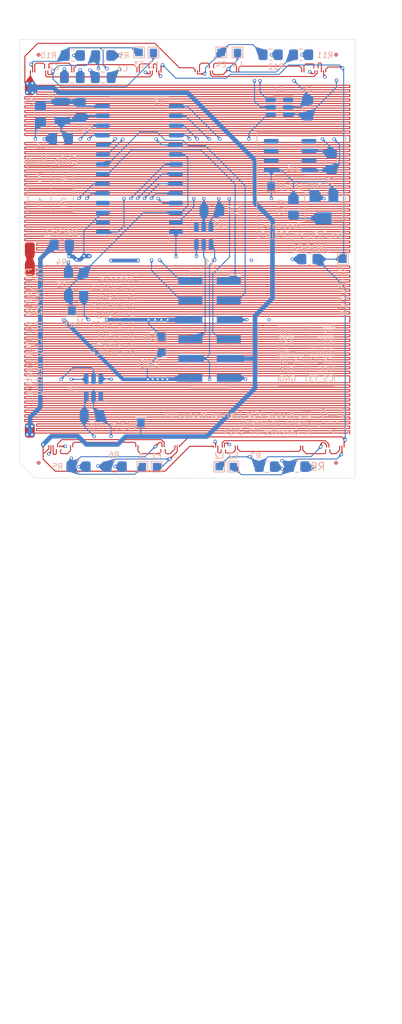
<source format=kicad_pcb>
(kicad_pcb (version 20221018) (generator pcbnew)
  (layers (0 "F.Cu" signal) (1 "In1.Cu" signal) (2 "In2.Cu" signal) (31 "B.Cu" signal) (34 "B.Paste" user) (35 "F.Paste" user) (36 "B.SilkS" user "B.Silkscreen") (37 "F.SilkS" user "F.Silkscreen") (38 "B.Mask" user) (39 "F.Mask" user) (44 "Edge.Cuts" user))
  (net 0 "")
  (net 1 "/VSS")
  (net 2 "+5V")
  (net 3 "/CS")
  (net 4 "/~{RESET}")
  (net 5 "/~{RDY}")
  (net 6 "VCC")
  (net 7 "/DOUT")
  (net 8 "/DIN")
  (net 9 "/CLK")
  (net 10 "GND")
  (net 11 "Net-(JMPR1-Pad1)")
  (net 12 "/V_{ref}")
  (net 13 "/LGAD1")
  (net 14 "/ETROC1")
  (net 15 "Net-(U5-XTAL1)")
  (net 16 "Net-(U5-XTAL2)")
  (net 17 "/CS_T1")
  (net 18 "/CS_T2")
  (net 19 "/CS_T3")
  (net 20 "Net-(U1-ETROC_BL-)")
  (net 21 "/2.5V")
  (net 22 "Net-(R13-Pad2)")
  (net 23 "Net-(U1-ETROC_TL-)")
  (net 24 "Net-(U1-LGAD_BL-)")
  (net 25 "Net-(U1-LGAD_TL-)")
  (net 26 "Net-(U1-LGAD_BR+)")
  (net 27 "Net-(U1-ETROC_BR+)")
  (net 28 "Net-(R1-Pad2)")
  (net 29 "Net-(U2-ETROC_BL-)")
  (net 30 "Net-(U2-ETROC_TL-)")
  (net 31 "Net-(U2-LGAD_BL-)")
  (net 32 "Net-(U2-LGAD_TL-)")
  (net 33 "Net-(U2-LGAD_BR+)")
  (net 34 "/LGAD2")
  (net 35 "/ETROC2")
  (net 36 "Net-(U2-ETROC_BR+)")
  (net 37 "Net-(U3-ETROC_BL-)")
  (net 38 "Net-(U3-ETROC_TL-)")
  (net 39 "Net-(U3-LGAD_BL-)")
  (net 40 "/LGAD3")
  (net 41 "/ETROC3")
  (net 42 "Net-(U3-LGAD_TL-)")
  (net 43 "Net-(U3-LGAD_BR+)")
  (net 44 "Net-(U3-ETROC_BR+)")
  (net 45 "Net-(U4-ETROC_BL-)")
  (net 46 "/LGAD4")
  (net 47 "/ETROC4")
  (net 48 "Net-(U4-ETROC_TL-)")
  (net 49 "Net-(U4-LGAD_BL-)")
  (net 50 "Net-(U4-LGAD_TL-)")
  (net 51 "Net-(U4-LGAD_BR+)")
  (net 52 "Net-(U4-ETROC_BR+)")
  (footprint "MountingHole:MountingHole_2.2mm_M2" (layer "F.Cu") (at 22.05 55.9)
    (fp_text reference "REF**" hide)
    (fp_text value "MountingHole_2.2mm_M2" hide)
  )
  (footprint "unl_silab:crossed_circle_fiducial" (layer "F.Cu") (at 41.6 2)
    (fp_text reference "REF**" hide)
    (fp_text value "crossed_circle_fiducial" hide)
  )
  (footprint "unl_silab:PCB_ETROC2_dummy" (layer "F.Cu") (at 32.813329 50.738127)
    (fp_text reference "U2" hide)
    (fp_text value "ETROC_dummy_thermal_sensors" hide)
  )
  (footprint "unl_silab:PCB_ETROC2_dummy" (layer "F.Cu") (at 32.92 6.8 180)
    (fp_text reference "U4" hide)
    (fp_text value "ETROC_dummy_thermal_sensors" hide)
  )
  (footprint "unl_silab:PCB_ETROC2_dummy" (layer "F.Cu") (at 11.27 6.83 180)
    (fp_text reference "U3" hide)
    (fp_text value "ETROC_dummy_thermal_sensors" hide)
  )
  (footprint "unl_silab:crossed_circle_fiducial" (layer "F.Cu") (at 2.5 55.5)
    (fp_text reference "REF**" hide)
    (fp_text value "crossed_circle_fiducial" hide)
  )
  (footprint "unl_silab:crossed_circle_fiducial" (layer "F.Cu") (at 41.6 55.5)
    (fp_text reference "REF**" hide)
    (fp_text value "crossed_circle_fiducial" hide)
  )
  (footprint "MountingHole:MountingHole_2.2mm_M2" (layer "F.Cu") (at 22.05 1.6)
    (fp_text reference "REF**" hide)
    (fp_text value "MountingHole_2.2mm_M2" hide)
  )
  (footprint "unl_silab:PCB_ETROC2_dummy" (layer "F.Cu") (at 11.168329 50.688127)
    (fp_text reference "U1" hide)
    (fp_text value "ETROC_dummy_thermal_sensors" hide)
  )
  (footprint "unl_silab:ETROC_Heater_Serpantine" (layer "F.Cu") (at 22.15 29.095)
    (fp_text reference "R2" hide)
    (fp_text value "12.6")
  )
  (footprint "unl_silab:crossed_circle_fiducial" (layer "F.Cu") (at 2.5 2)
    (fp_text reference "REF**" hide)
    (fp_text value "crossed_circle_fiducial" hide)
  )
  (footprint "unl_silab:ETROC_Heater_Serpantine" (layer "F.Cu") (at 22.15 5.395)
    (fp_text reference "R1" hide)
    (fp_text value "12.6")
  )
  (footprint "Package_SO:SOIC-8_3.9x4.9mm_P1.27mm" (layer "B.Cu") (at 35.56 15.24 180)
    (fp_text reference "U6")
    (fp_text value "AD780")
  )
  (footprint "Connector_PinHeader_2.54mm:PinHeader_2x06_P2.54mm_Vertical_SMD" (layer "B.Cu") (at 24.975 38.02 180)
    (fp_text reference "J1")
    (fp_text value "Conn_02x06_Counter_Clockwise")
  )
  (footprint "TestPoint:TestPoint_Pad_1.0x1.0mm" (layer "B.Cu") (at 18.7 39 180)
    (fp_text reference "5V")
    (fp_text value "TestPoint")
  )
  (footprint "TestPoint:TestPoint_Pad_1.0x1.0mm" (layer "B.Cu") (at 15.7 1.7 180)
    (fp_text reference "E3")
    (fp_text value "TestPoint")
  )
  (footprint "TestPoint:TestPoint_Pad_1.0x1.0mm" (layer "B.Cu") (at 42.5 28.8 180)
    (fp_text reference "R-Bonds")
    (fp_text value "TestPoint")
  )
  (footprint "Package_TO_SOT_SMD:SOT-23-6" (layer "B.Cu") (at 34.16 8.88 180)
    (fp_text reference "U7")
    (fp_text value "TMP121")
  )
  (footprint "Capacitor_SMD:C_0805_2012Metric_Pad1.18x1.45mm_HandSolder" (layer "B.Cu") (at 9.53 49.34 180)
    (fp_text reference "C8")
    (fp_text value "0.1uF")
  )
  (footprint "TestPoint:TestPoint_Pad_1.0x1.0mm" (layer "B.Cu") (at 28.65 1.7 180)
    (fp_text reference "L4")
    (fp_text value "TestPoint")
  )
  (footprint "Resistor_SMD:R_0805_2012Metric_Pad1.20x1.40mm_HandSolder" (layer "B.Cu") (at 36 22 -90)
    (fp_text reference "R13")
    (fp_text value "1M")
  )
  (footprint "Resistor_SMD:R_0805_2012Metric_Pad1.20x1.40mm_HandSolder" (layer "B.Cu") (at 32.5 56 180)
    (fp_text reference "R7")
    (fp_text value "1k")
  )
  (footprint "Capacitor_SMD:C_0805_2012Metric_Pad1.18x1.45mm_HandSolder" (layer "B.Cu") (at 6.937829 5 180)
    (fp_text reference "C2")
    (fp_text value "0.1uF")
  )
  (footprint "Crystal:Crystal_SMD_3215-2Pin_3.2x1.5mm" (layer "B.Cu") (at 5.5 9.4 -90)
    (fp_text reference "Y1")
    (fp_text value "32kHz")
  )
  (footprint "Resistor_SMD:R_0805_2012Metric_Pad1.20x1.40mm_HandSolder" (layer "B.Cu") (at 11 2.1 180)
    (fp_text reference "R9")
    (fp_text value "1k")
  )
  (footprint "Capacitor_SMD:C_0805_2012Metric_Pad1.18x1.45mm_HandSolder" (layer "B.Cu") (at 11 5 180)
    (fp_text reference "C3")
    (fp_text value "10uF")
  )
  (footprint "Capacitor_SMD:C_0805_2012Metric_Pad1.18x1.45mm_HandSolder" (layer "B.Cu") (at 41 16 -90)
    (fp_text reference "C1")
    (fp_text value "1uF")
  )
  (footprint "TestPoint:TestPoint_Pad_1.0x1.0mm" (layer "B.Cu") (at 18.7 41 180)
    (fp_text reference "GND")
    (fp_text value "TestPoint")
  )
  (footprint "Resistor_SMD:R_0805_2012Metric_Pad1.20x1.40mm_HandSolder" (layer "B.Cu") (at 7.75 56 180)
    (fp_text reference "R5")
    (fp_text value "1k")
  )
  (footprint "Package_TO_SOT_SMD:SOT-23-6" (layer "B.Cu") (at 24.2 25.72 -90)
    (fp_text reference "U8")
    (fp_text value "TMP121")
  )
  (footprint "Capacitor_SMD:C_0805_2012Metric_Pad1.18x1.45mm_HandSolder" (layer "B.Cu") (at 37.87 9.01 -90)
    (fp_text reference "C6")
    (fp_text value "0.1uF")
  )
  (footprint "Resistor_SMD:R_0805_2012Metric_Pad1.20x1.40mm_HandSolder" (layer "B.Cu") (at 38.1 28.8)
    (fp_text reference "JMPR2")
    (fp_text value "0")
  )
  (footprint "Capacitor_SMD:C_0805_2012Metric_Pad1.18x1.45mm_HandSolder" (layer "B.Cu") (at 2.75 9.75 -90)
    (fp_text reference "C4")
    (fp_text value "33pF")
  )
  (footprint "TestPoint:TestPoint_Pad_1.0x1.0mm" (layer "B.Cu") (at 16.15 56 180)
    (fp_text reference "L1")
    (fp_text value "TestPoint")
  )
  (footprint "Resistor_SMD:R_0805_2012Metric_Pad1.20x1.40mm_HandSolder" (layer "B.Cu") (at 8 9.25 -90)
    (fp_text reference "R14")
    (fp_text value "1M")
  )
  (footprint "Resistor_SMD:R_0805_2012Metric_Pad1.20x1.40mm_HandSolder" (layer "B.Cu") (at 5.55 26.94)
    (fp_text reference "JMPR1")
    (fp_text value "0")
  )
  (footprint "Package_TO_SOT_SMD:SOT-23-6" (layer "B.Cu") (at 9.72 45.63 90)
    (fp_text reference "U9")
    (fp_text value "TMP121")
  )
  (footprint "TestPoint:TestPoint_Pad_1.0x1.0mm" (layer "B.Cu") (at 26.5 1.7 180)
    (fp_text reference "E4")
    (fp_text value "TestPoint")
  )
  (footprint "Resistor_SMD:R_0805_2012Metric_Pad1.20x1.40mm_HandSolder" (layer "B.Cu") (at 7.43 33.62 180)
    (fp_text reference "R3")
    (fp_text value "40k")
  )
  (footprint "TestPoint:TestPoint_Pad_1.0x1.0mm" (layer "B.Cu") (at 17.6 1.7 180)
    (fp_text reference "L3")
    (fp_text value "TestPoint")
  )
  (footprint "Resistor_SMD:R_0805_2012Metric_Pad1.20x1.40mm_HandSolder" (layer "B.Cu") (at 7 2.1 180)
    (fp_text reference "R10")
    (fp_text value "1k")
  )
  (footprint "TestPoint:TestPoint_Pad_1.0x1.0mm" (layer "B.Cu") (at 18 56 180)
    (fp_text reference "E1")
    (fp_text value "TestPoint")
  )
  (footprint "Resistor_SMD:R_0805_2012Metric_Pad1.20x1.40mm_HandSolder" (layer "B.Cu") (at 33 2 180)
    (fp_text reference "R12")
    (fp_text value "1k")
  )
  (footprint "Resistor_SMD:R_0805_2012Metric_Pad1.20x1.40mm_HandSolder" (layer "B.Cu") (at 12.5 56 180)
    (fp_text reference "R6")
    (fp_text value "1k")
  )
  (footprint "Resistor_SMD:R_0805_2012Metric_Pad1.20x1.40mm_HandSolder" (layer "B.Cu") (at 7.43 30.62 180)
    (fp_text reference "R4")
    (fp_text value "40k")
  )
  (footprint "Capacitor_SMD:C_0805_2012Metric_Pad1.18x1.45mm_HandSolder" (layer "B.Cu") (at 5.4 13.01 180)
    (fp_text reference "C5")
    (fp_text value "33pF")
  )
  (footprint "TestPoint:TestPoint_Pad_1.0x1.0mm" (layer "B.Cu") (at 26.25 56 180)
    (fp_text reference "L2")
    (fp_text value "TestPoint")
  )
  (footprint "Capacitor_SMD:C_0805_2012Metric_Pad1.18x1.45mm_HandSolder" (layer "B.Cu") (at 25.28 22.46)
    (fp_text reference "C7")
    (fp_text value "0.1uF")
  )
  (footprint "TestPoint:TestPoint_Pad_1.0x1.0mm" (layer "B.Cu") (at 33.06 19.22 180)
    (fp_text reference "2.5V")
    (fp_text value "TestPoint")
  )
  (footprint "TestPoint:TestPoint_Pad_1.0x1.0mm" (layer "B.Cu") (at 28.1 56 180)
    (fp_text reference "E2")
    (fp_text value "TestPoint")
  )
  (footprint "TestPoint:TestPoint_Pad_1.0x1.0mm" (layer "B.Cu") (at 15.94 50.17 180)
    (fp_text reference "VCC1")
    (fp_text value "TestPoint")
  )
  (footprint "TestPoint:TestPoint_Pad_1.0x1.0mm" (layer "B.Cu") (at 6.88 35.62 180)
    (fp_text reference "V_{ref}")
    (fp_text value "TestPoint")
  )
  (footprint "Package_SO:SOIC-28W_7.5x18.7mm_P1.27mm" (layer "B.Cu") (at 15.75 17 180)
    (fp_text reference "U5")
    (fp_text value "AD77x8")
  )
  (footprint "Potentiometer_SMD:Potentiometer_Bourns_3224W_Vertical" (layer "B.Cu") (at 40 22 180)
    (fp_text reference "RV1")
    (fp_text value "25k")
  )
  (footprint "Resistor_SMD:R_0805_2012Metric_Pad1.20x1.40mm_HandSolder" (layer "B.Cu") (at 37 2 180)
    (fp_text reference "R11")
    (fp_text value "1k")
  )
  (footprint "Resistor_SMD:R_0805_2012Metric_Pad1.20x1.40mm_HandSolder" (layer "B.Cu") (at 36.5 56 180)
    (fp_text reference "R8")
    (fp_text value "1k")
  )
  (gr_line (start 4.105 16.63) (end 4.105 22.63) (stroke (width 0.12)) (layer "B.SilkS"))
  (gr_rect (start 34.01 37.455) (end 41.38 45.445) (stroke (width 0.12)) (fill none) (layer "B.SilkS"))
  (gr_rect (start 31.2 12.15) (end 42.85 26.15) (stroke (width 0.12)) (fill none) (layer "B.SilkS"))
  (gr_line (start 37.65 37.465) (end 37.65 45.455) (stroke (width 0.12)) (layer "B.SilkS"))
  (gr_line (start 1.13 19.63) (end 7.08 19.63) (stroke (width 0.12)) (layer "B.SilkS"))
  (gr_circle (center 41.38 37.455) (end 41.63 37.205) (stroke (width 0.12)) (fill none) (layer "B.SilkS"))
  (gr_rect (start 1.13 16.63) (end 7.08 22.63) (stroke (width 0.12)) (fill none) (layer "B.SilkS"))
  (gr_line (start 0 0) (end 0 55.5) (stroke (width 0.05)) (layer "Edge.Cuts"))
  (gr_line (start 2 57.5) (end 0 55.5) (stroke (width 0.05)) (layer "Edge.Cuts"))
  (gr_line (start 44.1 57.5) (end 2 57.5) (stroke (width 0.05)) (layer "Edge.Cuts"))
  (gr_line (start 0 0) (end 44.1 0) (stroke (width 0.05)) (layer "Edge.Cuts"))
  (gr_line (start 44.1 0) (end 44.1 57.5) (stroke (width 0.05)) (layer "Edge.Cuts"))
  (gr_text "1" (at 2.63 21.38) (layer "B.SilkS") (effects (font (size 1 1)) (justify mirror)))
  (gr_text "~{CS}\n~{RDY}\nDOUT\n~{CS_T1}\nVCC\n~{CS_T3}  " (at 41.38 41.45) (layer "B.SilkS") (effects (font (size 0.75 0.75) (thickness 0.1125)) (justify left mirror)))
  (gr_text "3" (at 2.63 18.13) (layer "B.SilkS") (effects (font (size 1 1)) (justify mirror)))
  (gr_text "Fill JMPR1 for PCB heating\nFill JMPR2 for chip heating" (at 1.89 38.29 90) (layer "B.SilkS") (effects (font (size 0.8 0.8)) (justify mirror)))
  (gr_text "Channels:\n 1: ETROC3\n 2: LGAD1\n 3: ETROC1\n 4: LGAD2\n 5: ETROC2\n 6: LGAD3\n 7: LGAD4\n 8: ETROC4" (at 15.87 36.18) (layer "B.SilkS") (effects (font (size 0.75 0.75) (thickness 0.1125)) (justify left mirror)))
  (gr_text "DIN\n~{RST}\n+5V\n~{CS_T2}\nCLK\nGND" (at 34.01 41.45) (layer "B.SilkS") (effects (font (size 0.75 0.75) (thickness 0.1125)) (justify right mirror)))
  (gr_text "         Populate\nfor 2.5V on REFIN2" (at 37.1 25.01) (layer "B.SilkS") (effects (font (size 0.75 0.75) (thickness 0.1125)) (justify mirror)))
  (gr_text "2" (at 5.78 21.38) (layer "B.SilkS") (effects (font (size 1 1)) (justify mirror)))
  (gr_text "Chip Num" (at 4.155 15.85) (layer "B.SilkS") (effects (font (size 1 1)) (justify mirror)))
  (gr_text "ETL Module PCB Thermal Mockup V4\nBoston University\nN. Gonzalez 07-2024" (at 38.53 50.29) (layer "B.SilkS") (effects (font (size 0.7 0.7)) (justify left mirror)))
  (gr_text "4" (at 5.83 18.13) (layer "B.SilkS") (effects (font (size 1 1)) (justify mirror)))
  (gr_text "     (\\__/)\n     ( •-•)\n  /  >" (at 42.58 50.09) (layer "B.SilkS") (effects (font (size 0.75 0.75) (thickness 0.15) bold) (justify mirror)))
  (segment (start 18.79 3.32) (end 18.79 3.26) (width 0.127) (layer "F.Cu") (net 1))
  (segment (start 21.003671 53.331873) (end 22.235544 52.1) (width 0.127) (layer "F.Cu") (net 1))
  (segment (start 18.591329 4.168127) (end 18.591329 3.458671) (width 0.127) (layer "F.Cu") (net 1))
  (segment (start 42.4 52.1) (end 42.8 52.5) (width 0.127) (layer "F.Cu") (net 1))
  (segment (start 42.653671 52.646329) (end 42.8 52.5) (width 0.127) (layer "F.Cu") (net 1))
  (segment (start 42.3 3.6) (end 42.45 3.75) (width 0.127) (layer "F.Cu") (net 1))
  (segment (start 42.653671 53.331873) (end 42.653671 52.646329) (width 0.127) (layer "F.Cu") (net 1))
  (segment (start 22.235544 52.1) (end 42.4 52.1) (width 0.127) (layer "F.Cu") (net 1))
  (segment (start 18.591329 3.458671) (end 18.73 3.32) (width 0.127) (layer "F.Cu") (net 1))
  (segment (start 40.241329 4.168127) (end 40.241329 3.908671) (width 0.127) (layer "F.Cu") (net 1))
  (segment (start 18.73 3.32) (end 18.79 3.32) (width 0.127) (layer "F.Cu") (net 1))
  (segment (start 40.55 3.6) (end 42.3 3.6) (width 0.127) (layer "F.Cu") (net 1))
  (segment (start 18.79 3.26) (end 18.75 3.3) (width 0.127) (layer "F.Cu") (net 1))
  (segment (start 40.241329 3.908671) (end 40.55 3.6) (width 0.127) (layer "F.Cu") (net 1))
  (via (at 18.79 3.32) (size 0.4573) (drill 0.254) (layers "F.Cu" "B.Cu") (net 1))
  (via (at 42.8 52.5) (size 0.4573) (drill 0.254) (layers "F.Cu" "B.Cu") (net 1))
  (via (at 42.45 3.75) (size 0.4573) (drill 0.254) (layers "F.Cu" "B.Cu") (net 1))
  (segment (start 40.8 28.8) (end 39.1 28.8) (width 0.127) (layer "B.Cu") (net 1))
  (segment (start 42.6 28.7) (end 42.5 28.8) (width 0.127) (layer "B.Cu") (net 1))
  (segment (start 42.45 3.75) (end 42.05 3.35) (width 0.127) (layer "B.Cu") (net 1))
  (segment (start 20.55 5.08) (end 18.79 3.32) (width 0.127) (layer "B.Cu") (net 1))
  (segment (start 42.05 3.35) (end 35.35 3.35) (width 0.127) (layer "B.Cu") (net 1))
  (segment (start 27.178 5.08) (end 20.55 5.08) (width 0.127) (layer "B.Cu") (net 1))
  (segment (start 35.35 3.35) (end 34.128 4.572) (width 0.127) (layer "B.Cu") (net 1))
  (segment (start 42.45 3.75) (end 42.6 3.9) (width 0.127) (layer "B.Cu") (net 1))
  (segment (start 27.686 4.572) (end 27.178 5.08) (width 0.127) (layer "B.Cu") (net 1))
  (segment (start 42.6 3.9) (end 42.6 28.7) (width 0.127) (layer "B.Cu") (net 1))
  (segment (start 42.8 32.5) (end 39.1 28.8) (width 0.127) (layer "B.Cu") (net 1))
  (segment (start 34.128 4.572) (end 27.686 4.572) (width 0.127) (layer "B.Cu") (net 1))
  (segment (start 40.8 28.8) (end 42.5 28.8) (width 0.127) (layer "B.Cu") (net 1))
  (segment (start 42.8 52.5) (end 42.8 32.5) (width 0.127) (layer "B.Cu") (net 1))
  (via (at 13.19 2.1) (size 0.4573) (drill 0.254) (layers "F.Cu" "B.Cu") (net 2))
  (via (at 18.64 36.75) (size 0.4573) (drill 0.254) (layers "F.Cu" "B.Cu") (net 2))
  (via (at 37.13 2) (size 0.4573) (drill 0.254) (layers "F.Cu" "B.Cu") (net 2))
  (via (at 15.57 28.97) (size 0.4573) (drill 0.254) (layers "F.Cu" "B.Cu") (net 2))
  (via (at 26.18 20.85) (size 0.4573) (drill 0.254) (layers "F.Cu" "B.Cu") (net 2))
  (via (at 13.15 3.88) (size 0.4573) (drill 0.254) (layers "F.Cu" "B.Cu") (net 2))
  (via (at 12.56 55.97) (size 0.4573) (drill 0.254) (layers "F.Cu" "B.Cu") (net 2))
  (via (at 7.97 3.97) (size 0.4573) (drill 0.254) (layers "F.Cu" "B.Cu") (net 2))
  (via (at 16.96 36.75) (size 0.4573) (drill 0.254) (layers "F.Cu" "B.Cu") (net 2))
  (via (at 17.82 36.74) (size 0.4573) (drill 0.254) (layers "F.Cu" "B.Cu") (net 2))
  (via (at 41.65 5.34) (size 0.4573) (drill 0.254) (layers "F.Cu" "B.Cu") (net 2))
  (via (at 9.8 52.04) (size 0.4573) (drill 0.254) (layers "F.Cu" "B.Cu") (net 2))
  (via (at 7.965 13.055) (size 0.4573) (drill 0.254) (layers "F.Cu" "B.Cu") (net 2))
  (via (at 38.8 56.3) (size 0.4573) (drill 0.254) (layers "F.Cu" "B.Cu") (net 2))
  (via (at 9.07 36.74) (size 0.4573) (drill 0.254) (layers "F.Cu" "B.Cu") (net 2))
  (via (at 11.47 36.75) (size 0.4573) (drill 0.254) (layers "F.Cu" "B.Cu") (net 2))
  (via (at 7.8 56) (size 0.4573) (drill 0.254) (layers "F.Cu" "B.Cu") (net 2))
  (via (at 19.46 36.74) (size 0.4573) (drill 0.254) (layers "F.Cu" "B.Cu") (net 2))
  (via (at 7.13 2.09) (size 0.4573) (drill 0.254) (layers "F.Cu" "B.Cu") (net 2))
  (via (at 23.34 13.04) (size 0.4573) (drill 0.254) (layers "F.Cu" "B.Cu") (net 2))
  (via (at 34.5 56.3) (size 0.4573) (drill 0.254) (layers "F.Cu" "B.Cu") (net 2))
  (via (at 12.01 28.98) (size 0.4573) (drill 0.254) (layers "F.Cu" "B.Cu") (net 2))
  (via (at 39.8 13.05) (size 0.4573) (drill 0.254) (layers "F.Cu" "B.Cu") (net 2))
  (via (at 33.11 2.01) (size 0.4573) (drill 0.254) (layers "F.Cu" "B.Cu") (net 2))
  (segment (start 37.5 56) (end 37.8 56.3) (width 0.127) (layer "B.Cu") (net 2))
  (segment (start 20.55 11.285) (end 21.585 11.285) (width 0.127) (layer "B.Cu") (net 2))
  (segment (start 41 14.9625) (end 41 14.25) (width 0.127) (layer "B.Cu") (net 2))
  (segment (start 19.49 36.75) (end 19.46 36.72) (width 0.127) (layer "B.Cu") (net 2))
  (segment (start 8.4925 49.34) (end 8.57 49.2625) (width 0.127) (layer "B.Cu") (net 2))
  (segment (start 33.5 56) (end 34.2 56) (width 0.127) (layer "B.Cu") (net 2))
  (segment (start 26.18 22.3225) (end 26.3175 22.46) (width 0.127) (layer "B.Cu") (net 2))
  (segment (start 12.01 28.98) (end 15.56 28.98) (width 0.5) (layer "B.Cu") (net 2))
  (segment (start 35.2975 9.83) (end 37.6525 9.83) (width 0.127) (layer "B.Cu") (net 2))
  (segment (start 25.15 23.6275) (end 26.3175 22.46) (width 0.127) (layer "B.Cu") (net 2))
  (segment (start 8.51 33.7) (end 8.51 36.21) (width 0.127) (layer "B.Cu") (net 2))
  (segment (start 37.6525 9.83) (end 37.87 10.0475) (width 0.127) (layer "B.Cu") (net 2))
  (segment (start 12 2.1) (end 13.19 2.1) (width 0.127) (layer "B.Cu") (net 2))
  (segment (start 7.14 2.1) (end 7.13 2.09) (width 0.127) (layer "B.Cu") (net 2))
  (segment (start 26.18 20.85) (end 26.18 22.3225) (width 0.127) (layer "B.Cu") (net 2))
  (segment (start 18.64 36.75) (end 17.83 36.75) (width 0.5) (layer "B.Cu") (net 2))
  (segment (start 15.56 28.98) (end 15.57 28.97) (width 0.5) (layer "B.Cu") (net 2))
  (segment (start 25.15 24.5825) (end 25.15 23.6275) (width 0.127) (layer "B.Cu") (net 2))
  (segment (start 10.95 11.285) (end 9.735 11.285) (width 0.127) (layer "B.Cu") (net 2))
  (segment (start 33.12 2) (end 33.11 2.01) (width 0.127) (layer "B.Cu") (net 2))
  (segment (start 17.83 36.75) (end 17.82 36.74) (width 0.127) (layer "B.Cu") (net 2))
  (segment (start 16.97 36.74) (end 16.96 36.75) (width 0.127) (layer "B.Cu") (net 2))
  (segment (start 34 2) (end 33.12 2) (width 0.127) (layer "B.Cu") (net 2))
  (segment (start 16.96 36.75) (end 16.96 37.26) (width 0.127) (layer "B.Cu") (net 2))
  (segment (start 8.4925 50.7125) (end 9.8 52.02) (width 0.127) (layer "B.Cu") (net 2))
  (segment (start 37.87 10.0475) (end 41.65 6.2675) (width 0.127) (layer "B.Cu") (net 2))
  (segment (start 22.45 36.75) (end 19.49 36.75) (width 0.6) (layer "B.Cu") (net 2))
  (segment (start 38.035 14.605) (end 40.6425 14.605) (width 0.127) (layer "B.Cu") (net 2))
  (segment (start 7.975329 3.975329) (end 7.97 3.97) (width 0.127) (layer "B.Cu") (net 2))
  (segment (start 12.0375 4.9925) (end 13.15 3.88) (width 0.127) (layer "B.Cu") (net 2))
  (segment (start 19.46 36.74) (end 18.65 36.74) (width 0.5) (layer "B.Cu") (net 2))
  (segment (start 16.96 37.26) (end 18.7 39) (width 0.127) (layer "B.Cu") (net 2))
  (segment (start 41.65 6.2675) (end 41.65 5.34) (width 0.127) (layer "B.Cu") (net 2))
  (segment (start 21.585 11.285) (end 23.34 13.04) (width 0.127) (layer "B.Cu") (net 2))
  (segment (start 15.46 28.86) (end 15.57 28.97) (width 0.127) (layer "B.Cu") (net 2))
  (segment (start 8.75 56) (end 7.8 56) (width 0.127) (layer "B.Cu") (net 2))
  (segment (start 34.2 56) (end 34.5 56.3) (width 0.127) (layer "B.Cu") (net 2))
  (segment (start 9.735 11.285) (end 7.95 13.07) (width 0.127) (layer "B.Cu") (net 2))
  (segment (start 8.57 49.2625) (end 8.57 46.9675) (width 0.127) (layer "B.Cu") (net 2))
  (segment (start 8.51 36.21) (end 9.05 36.75) (width 0.127) (layer "B.Cu") (net 2))
  (segment (start 8.4925 49.34) (end 8.4925 50.7125) (width 0.127) (layer "B.Cu") (net 2))
  (segment (start 38 2) (end 37.13 2) (width 0.127) (layer "B.Cu") (net 2))
  (segment (start 41 14.25) (end 39.8 13.05) (width 0.127) (layer "B.Cu") (net 2))
  (segment (start 12.0375 5) (end 12.0375 4.9925) (width 0.127) (layer "B.Cu") (net 2))
  (segment (start 37.8 56.3) (end 38.8 56.3) (width 0.127) (layer "B.Cu") (net 2))
  (segment (start 16.96 36.75) (end 11.47 36.75) (width 0.5) (layer "B.Cu") (net 2))
  (segment (start 8.43 33.62) (end 8.51 33.7) (width 0.127) (layer "B.Cu") (net 2))
  (segment (start 17.82 36.74) (end 16.97 36.74) (width 0.5) (layer "B.Cu") (net 2))
  (segment (start 40.6425 14.605) (end 41 14.9625) (width 0.127) (layer "B.Cu") (net 2))
  (segment (start 8 2.1) (end 7.14 2.1) (width 0.127) (layer "B.Cu") (net 2))
  (segment (start 12.59 56) (end 12.56 55.97) (width 0.127) (layer "B.Cu") (net 2))
  (segment (start 18.65 36.74) (end 18.64 36.75) (width 0.127) (layer "B.Cu") (net 2))
  (segment (start 13.5 56) (end 12.59 56) (width 0.127) (layer "B.Cu") (net 2))
  (segment (start 7.975329 5) (end 7.975329 3.975329) (width 0.127) (layer "B.Cu") (net 2))
  (segment (start 8.57 46.9675) (end 8.77 46.7675) (width 0.127) (layer "B.Cu") (net 2))
  (segment (start 28.33 18.95) (end 23.86 14.48) (width 0.127) (layer "B.Cu") (net 3))
  (segment (start 28.33 30.87) (end 28.33 18.95) (width 0.127) (layer "B.Cu") (net 3))
  (segment (start 14.74 14.48) (end 11.585 17.635) (width 0.127) (layer "B.Cu") (net 3))
  (segment (start 11.585 17.635) (end 10.95 17.635) (width 0.127) (layer "B.Cu") (net 3))
  (segment (start 27.5 31.67) (end 27.53 31.67) (width 0.127) (layer "B.Cu") (net 3))
  (segment (start 27.53 31.67) (end 28.33 30.87) (width 0.127) (layer "B.Cu") (net 3))
  (segment (start 23.86 14.48) (end 14.74 14.48) (width 0.127) (layer "B.Cu") (net 3))
  (via (at 17.35 28.92) (size 0.4573) (drill 0.254) (layers "F.Cu" "B.Cu") (net 4))
  (via (at 8.85 20.84) (size 0.4573) (drill 0.254) (layers "F.Cu" "B.Cu") (net 4))
  (segment (start 17.35 28.92) (end 17.35 30.304) (width 0.127) (layer "B.Cu") (net 4))
  (segment (start 9.515 20.175) (end 8.83 20.86) (width 0.127) (layer "B.Cu") (net 4))
  (segment (start 10.95 20.175) (end 9.515 20.175) (width 0.127) (layer "B.Cu") (net 4))
  (segment (start 17.35 30.304) (end 21.256 34.21) (width 0.127) (layer "B.Cu") (net 4))
  (segment (start 21.256 34.21) (end 22.45 34.21) (width 0.127) (layer "B.Cu") (net 4))
  (segment (start 28.67 34.21) (end 27.5 34.21) (width 0.127) (layer "B.Cu") (net 5))
  (segment (start 29.65 33.17) (end 29.68 33.2) (width 0.127) (layer "B.Cu") (net 5))
  (segment (start 18.07 12.12) (end 19.17 13.22) (width 0.127) (layer "B.Cu") (net 5))
  (segment (start 29.65 19.16) (end 29.65 33.17) (width 0.127) (layer "B.Cu") (net 5))
  (segment (start 22.19 13.94) (end 24.43 13.94) (width 0.127) (layer "B.Cu") (net 5))
  (segment (start 15.84 12.12) (end 18.07 12.12) (width 0.127) (layer "B.Cu") (net 5))
  (segment (start 10.95 16.365) (end 11.595 16.365) (width 0.127) (layer "B.Cu") (net 5))
  (segment (start 24.43 13.94) (end 29.65 19.16) (width 0.127) (layer "B.Cu") (net 5))
  (segment (start 21.47 13.22) (end 22.19 13.94) (width 0.127) (layer "B.Cu") (net 5))
  (segment (start 11.595 16.365) (end 15.84 12.12) (width 0.127) (layer "B.Cu") (net 5))
  (segment (start 29.68 33.2) (end 28.67 34.21) (width 0.127) (layer "B.Cu") (net 5))
  (segment (start 19.17 13.22) (end 21.47 13.22) (width 0.127) (layer "B.Cu") (net 5))
  (segment (start 3.843671 53.331873) (end 3.843671 53.656329) (width 0.127) (layer "F.Cu") (net 6))
  (segment (start 17.8 0.5) (end 2.4 0.5) (width 0.127) (layer "F.Cu") (net 6))
  (segment (start 3.843671 53.656329) (end 3.3 54.2) (width 0.127) (layer "F.Cu") (net 6))
  (segment (start 0.6975 5.695) (end 0.85 5.8475) (width 0.127) (layer "F.Cu") (net 6))
  (segment (start 22.8 3.7) (end 21 3.7) (width 0.127) (layer "F.Cu") (net 6))
  (segment (start 1.431329 6.018671) (end 1.431329 6.263671) (width 0.127) (layer "F.Cu") (net 6))
  (segment (start 1.431329 4.168127) (end 1.431329 6.018671) (width 0.127) (layer "F.Cu") (net 6))
  (segment (start 19.1 56.6) (end 4.69 56.6) (width 0.127) (layer "F.Cu") (net 6))
  (segment (start 22.368127 53.331873) (end 19.1 56.6) (width 0.127) (layer "F.Cu") (net 6))
  (segment (start 0.7 2.2) (end 0.7 5.695) (width 0.127) (layer "F.Cu") (net 6))
  (segment (start 21 3.7) (end 17.8 0.5) (width 0.127) (layer "F.Cu") (net 6))
  (segment (start 3.1 54.2) (end 3.1 53.1) (width 0.127) (layer "F.Cu") (net 6))
  (segment (start 25.493671 53.331873) (end 22.368127 53.331873) (width 0.127) (layer "F.Cu") (net 6))
  (segment (start 3.3 54.2) (end 3.1 54.2) (width 0.127) (layer "F.Cu") (net 6))
  (segment (start 23.081329 4.168127) (end 23.081329 3.981329) (width 0.127) (layer "F.Cu") (net 6))
  (segment (start 1.431329 6.263671) (end 1.35 6.345) (width 0.127) (layer "F.Cu") (net 6))
  (segment (start 3.1 55.01) (end 3.1 54.2) (width 0.127) (layer "F.Cu") (net 6))
  (segment (start 2.4 0.5) (end 0.7 2.2) (width 0.127) (layer "F.Cu") (net 6))
  (segment (start 23.081329 3.981329) (end 22.8 3.7) (width 0.127) (layer "F.Cu") (net 6))
  (segment (start 4.69 56.6) (end 3.1 55.01) (width 0.127) (layer "F.Cu") (net 6))
  (via (at 3.1 53.1) (size 0.4573) (drill 0.254) (layers "F.Cu" "B.Cu") (net 6))
  (via (at 1.037329 5.752873) (size 0.4573) (drill 0.254) (layers "F.Cu" "B.Cu") (net 6))
  (via (at 1.682329 5.752873) (size 0.4573) (drill 0.254) (layers "F.Cu" "B.Cu") (net 6))
  (via (at 1 6.95) (size 0.4573) (drill 0.254) (layers "F.Cu" "B.Cu") (net 6))
  (via (at 1.7 6.95) (size 0.4573) (drill 0.254) (layers "F.Cu" "B.Cu") (net 6))
  (segment (start 24.625 52.045) (end 22.445 52.045) (width 0.6) (layer "B.Cu") (net 6))
  (segment (start 1.037329 5.752873) (end 1.037329 5.777329) (width 0.127) (layer "B.Cu") (net 6))
  (segment (start 5.15 7) (end 22.12 7) (width 0.6) (layer "B.Cu") (net 6))
  (segment (start 31.02 21.49) (end 33.24 23.71) (width 0.6) (layer "B.Cu") (net 6))
  (segment (start 33.24 33.95) (end 30.95 36.24) (width 0.6) (layer "B.Cu") (net 6))
  (segment (start 8.77 53.09) (end 7.69 52.01) (width 0.6) (layer "B.Cu") (net 6))
  (segment (start 33.24 23.71) (end 33.24 33.95) (width 0.6) (layer "B.Cu") (net 6))
  (segment (start 2.274456 6.375544) (end 1.7 6.95) (width 0.6) (layer "B.Cu") (net 6))
  (segment (start 15.94 50.17) (end 15.94 52.04) (width 0.127) (layer "B.Cu") (net 6))
  (segment (start 1.605 6.345) (end 2.274456 6.345) (width 0.6) (layer "B.Cu") (net 6))
  (segment (start 30.95 36.24) (end 30.95 36.72) (width 0.6) (layer "B.Cu") (net 6))
  (segment (start 30.95 21.49) (end 31.02 21.49) (width 0.6) (layer "B.Cu") (net 6))
  (segment (start 27.5 41.83) (end 30.88 41.83) (width 0.6) (layer "B.Cu") (net 6))
  (segment (start 15.93 52.05) (end 13.95 52.05) (width 0.6) (layer "B.Cu") (net 6))
  (segment (start 15.94 52.04) (end 15.93 52.05) (width 0.127) (layer "B.Cu") (net 6))
  (segment (start 4.495 6.345) (end 5.15 7) (width 0.6) (layer "B.Cu") (net 6))
  (segment (start 22.12 7) (end 30.95 15.83) (width 0.6) (layer "B.Cu") (net 6))
  (segment (start 30.95 15.83) (end 30.95 21.49) (width 0.6) (layer "B.Cu") (net 6))
  (segment (start 22.44 52.05) (end 15.93 52.05) (width 0.6) (layer "B.Cu") (net 6))
  (segment (start 30.95 45.72) (end 24.625 52.045) (width 0.6) (layer "B.Cu") (net 6))
  (segment (start 30.95 41.76) (end 30.95 45.72) (width 0.6) (layer "B.Cu") (net 6))
  (segment (start 1 6.95) (end 1.605 6.345) (width 0.6) (layer "B.Cu") (net 6))
  (segment (start 22.445 52.045) (end 22.44 52.05) (width 0.6) (layer "B.Cu") (net 6))
  (segment (start 30.95 36.72) (end 30.95 41.76) (width 0.6) (layer "B.Cu") (net 6))
  (segment (start 13.95 52.05) (end 12.91 53.09) (width 0.6) (layer "B.Cu") (net 6))
  (segment (start 2.274456 6.345) (end 1.682329 5.752873) (width 0.6) (layer "B.Cu") (net 6))
  (segment (start 7.69 52.01) (end 4.19 52.01) (width 0.6) (layer "B.Cu") (net 6))
  (segment (start 2.274456 6.345) (end 4.495 6.345) (width 0.6) (layer "B.Cu") (net 6))
  (segment (start 12.91 53.09) (end 8.77 53.09) (width 0.6) (layer "B.Cu") (net 6))
  (segment (start 1.037329 5.777329) (end 1.605 6.345) (width 0.6) (layer "B.Cu") (net 6))
  (segment (start 4.19 52.01) (end 3.1 53.1) (width 0.6) (layer "B.Cu") (net 6))
  (segment (start 2.274456 6.345) (end 2.274456 6.375544) (width 0.127) (layer "B.Cu") (net 6))
  (via (at 29.86 36.74) (size 0.4573) (drill 0.254) (layers "F.Cu" "B.Cu") (net 7))
  (via (at 12.07 44.55) (size 0.4573) (drill 0.254) (layers "F.Cu" "B.Cu") (net 7))
  (via (at 31.62 5.4) (size 0.4573) (drill 0.254) (layers "F.Cu" "B.Cu") (net 7))
  (via (at 30.48 28.95) (size 0.4573) (drill 0.254) (layers "F.Cu" "B.Cu") (net 7))
  (via (at 13.57 13.07) (size 0.4573) (drill 0.254) (layers "F.Cu" "B.Cu") (net 7))
  (via (at 23.24 28.43) (size 0.4573) (drill 0.254) (layers "F.Cu" "B.Cu") (net 7))
  (segment (start 12.07 44.55) (end 12.0125 44.4925) (width 0.127) (layer "B.Cu") (net 7))
  (segment (start 12.0125 44.4925) (end 10.67 44.4925) (width 0.127) (layer "B.Cu") (net 7))
  (segment (start 13.57 13.07) (end 13.51 13.13) (width 0.127) (layer "B.Cu") (net 7))
  (segment (start 23.25 28.42) (end 23.24 28.43) (width 0.127) (layer "B.Cu") (net 7))
  (segment (start 29.85 36.75) (end 29.86 36.74) (width 0.127) (layer "B.Cu") (net 7))
  (segment (start 11.545 15.095) (end 10.95 15.095) (width 0.127) (layer "B.Cu") (net 7))
  (segment (start 31.62 6.92) (end 32.63 7.93) (width 0.127) (layer "B.Cu") (net 7))
  (segment (start 27.5 36.75) (end 29.85 36.75) (width 0.127) (layer "B.Cu") (net 7))
  (segment (start 13.51 13.13) (end 11.545 15.095) (width 0.127) (layer "B.Cu") (net 7))
  (segment (start 23.25 26.8575) (end 23.25 28.42) (width 0.127) (layer "B.Cu") (net 7))
  (segment (start 32.63 7.93) (end 33.0225 7.93) (width 0.127) (layer "B.Cu") (net 7))
  (segment (start 31.62 5.4) (end 31.62 6.92) (width 0.127) (layer "B.Cu") (net 7))
  (segment (start 13.51 13.12) (end 13.57 13.07) (width 0.127) (layer "B.Cu") (net 7))
  (via (at 18.42 28.92) (size 0.4573) (drill 0.254) (layers "F.Cu" "B.Cu") (net 8))
  (via (at 12.59 13.04) (size 0.4573) (drill 0.254) (layers "F.Cu" "B.Cu") (net 8))
  (segment (start 11.805 13.825) (end 12.59 13.04) (width 0.127) (layer "B.Cu") (net 8))
  (segment (start 18.42 28.92) (end 21.17 31.67) (width 0.127) (layer "B.Cu") (net 8))
  (segment (start 10.95 13.825) (end 11.805 13.825) (width 0.127) (layer "B.Cu") (net 8))
  (segment (start 21.17 31.67) (end 22.45 31.67) (width 0.127) (layer "B.Cu") (net 8))
  (via (at 32.79 36.76) (size 0.4573) (drill 0.254) (layers "F.Cu" "B.Cu") (net 9))
  (via (at 25.64 28.91) (size 0.4573) (drill 0.254) (layers "F.Cu" "B.Cu") (net 9))
  (via (at 7.81 20.84) (size 0.4573) (drill 0.254) (layers "F.Cu" "B.Cu") (net 9))
  (via (at 6.79 44.55) (size 0.4573) (drill 0.254) (layers "F.Cu" "B.Cu") (net 9))
  (via (at 30.15 13.04) (size 0.4573) (drill 0.254) (layers "F.Cu" "B.Cu") (net 9))
  (via (at 24.97 44.56) (size 0.4573) (drill 0.254) (layers "F.Cu" "B.Cu") (net 9))
  (segment (start 6.79 44.55) (end 8.7125 44.55) (width 0.127) (layer "B.Cu") (net 9))
  (segment (start 8.7125 44.55) (end 8.77 44.4925) (width 0.127) (layer "B.Cu") (net 9))
  (segment (start 32.588 9.83) (end 33.0225 9.83) (width 0.127) (layer "B.Cu") (net 9))
  (segment (start 24.97 41.36) (end 24.97 41.35) (width 0.127) (layer "B.Cu") (net 9))
  (segment (start 22.45 41.83) (end 23.54 41.83) (width 0.2) (layer "B.Cu") (net 9))
  (segment (start 30.15 12.268) (end 32.588 9.83) (width 0.127) (layer "B.Cu") (net 9))
  (segment (start 24.5 41.83) (end 24.97 41.36) (width 0.127) (layer "B.Cu") (net 9))
  (segment (start 24.97 29.58) (end 25.64 28.91) (width 0.127) (layer "B.Cu") (net 9))
  (segment (start 25.64 27.67) (end 25.64 28.91) (width 0.127) (layer "B.Cu") (net 9))
  (segment (start 24.97 41.35) (end 24.97 29.58) (width 0.127) (layer "B.Cu") (net 9))
  (segment (start 9.725 18.905) (end 7.82 20.81) (width 0.127) (layer "B.Cu") (net 9))
  (segment (start 25.15 26.8575) (end 25.39 27.0975) (width 0.127) (layer "B.Cu") (net 9))
  (segment (start 10.95 18.905) (end 9.725 18.905) (width 0.127) (layer "B.Cu") (net 9))
  (segment (start 24.97 43.29) (end 24.97 44.56) (width 0.127) (layer "B.Cu") (net 9))
  (segment (start 22.45 41.83) (end 24.5 41.83) (width 0.127) (layer "B.Cu") (net 9))
  (segment (start 30.15 13.04) (end 30.15 12.268) (width 0.127) (layer "B.Cu") (net 9))
  (segment (start 24.97 42.3) (end 24.97 43.29) (width 0.127) (layer "B.Cu") (net 9))
  (segment (start 24.5 41.83) (end 24.97 42.3) (width 0.127) (layer "B.Cu") (net 9))
  (segment (start 25.39 27.42) (end 25.64 27.67) (width 0.127) (layer "B.Cu") (net 9))
  (segment (start 25.39 27.0975) (end 25.39 27.42) (width 0.127) (layer "B.Cu") (net 9))
  (segment (start 17.161329 4.5) (end 16.75 4.5) (width 0.127) (layer "F.Cu") (net 10))
  (segment (start 27.4 52.9) (end 27.6 53.1) (width 0.127) (layer "F.Cu") (net 10))
  (segment (start 6.02 53.33) (end 5.275544 53.33) (width 0.127) (layer "F.Cu") (net 10))
  (segment (start 25.779671 53.331873) (end 25.779671 52.779671) (width 0.127) (layer "F.Cu") (net 10))
  (segment (start 26.923671 53.331873) (end 26.923671 52.976329) (width 0.127) (layer "F.Cu") (net 10))
  (segment (start 26.923671 52.976329) (end 27 52.9) (width 0.127) (layer "F.Cu") (net 10))
  (segment (start 18.305329 4.168127) (end 18.305329 4.605329) (width 0.127) (layer "F.Cu") (net 10))
  (segment (start 17.161329 4.168127) (end 17.161329 4.5) (width 0.127) (layer "F.Cu") (net 10))
  (segment (start 39.955329 4.705329) (end 40.15 4.9) (width 0.127) (layer "F.Cu") (net 10))
  (segment (start 39.955329 4.168127) (end 39.955329 4.705329) (width 0.127) (layer "F.Cu") (net 10))
  (segment (start 4.129671 53.331873) (end 4.129671 54.030329) (width 0.127) (layer "F.Cu") (net 10))
  (segment (start 25.779671 52.779671) (end 25.7 52.7) (width 0.127) (layer "F.Cu") (net 10))
  (segment (start 38.65 4.5) (end 38.4 4.5) (width 0.127) (layer "F.Cu") (net 10))
  (segment (start 16.75 4.5) (end 16.55 4.3) (width 0.127) (layer "F.Cu") (net 10))
  (segment (start 38.811329 4.168127) (end 38.811329 4.338671) (width 0.127) (layer "F.Cu") (net 10))
  (segment (start 16.55 4.3) (end 16.5 4.25) (width 0.127) (layer "F.Cu") (net 10))
  (segment (start 38.811329 4.338671) (end 38.65 4.5) (width 0.127) (layer "F.Cu") (net 10))
  (segment (start 27 52.9) (end 27.4 52.9) (width 0.127) (layer "F.Cu") (net 10))
  (segment (start 5.275544 53.33) (end 5.273671 53.331873) (width 0.127) (layer "F.Cu") (net 10))
  (segment (start 18.53 4.83) (end 18.54 4.83) (width 0.127) (layer "F.Cu") (net 10))
  (segment (start 18.54 4.84) (end 18.5 4.8) (width 0.127) (layer "F.Cu") (net 10))
  (segment (start 4.129671 54.030329) (end 3.83 54.33) (width 0.127) (layer "F.Cu") (net 10))
  (segment (start 38.4 4.5) (end 38.15 4.25) (width 0.127) (layer "F.Cu") (net 10))
  (segment (start 18.54 4.83) (end 18.54 4.84) (width 0.127) (layer "F.Cu") (net 10))
  (segment (start 18.305329 4.605329) (end 18.53 4.83) (width 0.127) (layer "F.Cu") (net 10))
  (via (at 3.83 54.33) (size 0.4573) (drill 0.254) (layers "F.Cu" "B.Cu") (net 10))
  (via (at 20.574 28.45) (size 0.4573) (drill 0.254) (layers "F.Cu" "B.Cu") (net 10))
  (via (at 3.27 13.05) (size 0.4573) (drill 0.254) (layers "F.Cu" "B.Cu") (net 10))
  (via (at 16.55 4.3) (size 0.4573) (drill 0.254) (layers "F.Cu" "B.Cu") (net 10))
  (via (at 36.07 5.41) (size 0.4573) (drill 0.254) (layers "F.Cu" "B.Cu") (net 10))
  (via (at 38.15 4.25) (size 0.4573) (drill 0.254) (layers "F.Cu" "B.Cu") (net 10))
  (via (at 12.03 52.03) (size 0.4573) (drill 0.254) (layers "F.Cu" "B.Cu") (net 10))
  (via (at 25.7 52.7) (size 0.4573) (drill 0.254) (layers "F.Cu" "B.Cu") (net 10))
  (via (at 17.49 44.54) (size 0.4573) (drill 0.254) (layers "F.Cu" "B.Cu") (net 10))
  (via (at 16.86 44.55) (size 0.4573) (drill 0.254) (layers "F.Cu" "B.Cu") (net 10))
  (via (at 2.09 13.05) (size 0.4573) (drill 0.254) (layers "F.Cu" "B.Cu") (net 10))
  (via (at 35.85 28.8) (size 0.4573) (drill 0.254) (layers "F.Cu" "B.Cu") (net 10))
  (via (at 18.79 44.54) (size 0.4573) (drill 0.254) (layers "F.Cu" "B.Cu") (net 10))
  (via (at 27.6 53.1) (size 0.4573) (drill 0.254) (layers "F.Cu" "B.Cu") (net 10))
  (via (at 8.46 28.39) (size 0.4573) (drill 0.254) (layers "F.Cu" "B.Cu") (net 10))
  (via (at 24.22 20.85) (size 0.4573) (drill 0.254) (layers "F.Cu" "B.Cu") (net 10))
  (via (at 9.181842 28.39) (size 0.4573) (drill 0.254) (layers "F.Cu" "B.Cu") (net 10))
  (via (at 9.13 13.05) (size 0.4573) (drill 0.254) (layers "F.Cu" "B.Cu") (net 10))
  (via (at 7.47 28.87) (size 0.4573) (drill 0.254) (layers "F.Cu" "B.Cu") (net 10))
  (via (at 19.42 44.55) (size 0.4573) (drill 0.254) (layers "F.Cu" "B.Cu") (net 10))
  (via (at 5.81 36.77) (size 0.4573) (drill 0.254) (layers "F.Cu" "B.Cu") (net 10))
  (via (at 41.35 13.05) (size 0.4573) (drill 0.254) (layers "F.Cu" "B.Cu") (net 10))
  (via (at 40.15 4.9) (size 0.4573) (drill 0.254) (layers "F.Cu" "B.Cu") (net 10))
  (via (at 6.02 53.33) (size 0.4573) (drill 0.254) (layers "F.Cu" "B.Cu") (net 10))
  (via (at 9.25 4.02) (size 0.4573) (drill 0.254) (layers "F.Cu" "B.Cu") (net 10))
  (via (at 18.54 4.83) (size 0.4573) (drill 0.254) (layers "F.Cu" "B.Cu") (net 10))
  (via (at 5.9 3.85) (size 0.4573) (drill 0.254) (layers "F.Cu" "B.Cu") (net 10))
  (via (at 6.43 29.2) (size 0.4573) (drill 0.254) (layers "F.Cu" "B.Cu") (net 10))
  (via (at 40 20.85) (size 0.4573) (drill 0.254) (layers "F.Cu" "B.Cu") (net 10))
  (via (at 17.95 13.05) (size 0.4573) (drill 0.254) (layers "F.Cu" "B.Cu") (net 10))
  (via (at 22.36 13.05) (size 0.4573) (drill 0.254) (layers "F.Cu" "B.Cu") (net 10))
  (via (at 18.15 44.54) (size 0.4573) (drill 0.254) (layers "F.Cu" "B.Cu") (net 10))
  (via (at 6.53 28.45) (size 0.4573) (drill 0.254) (layers "F.Cu" "B.Cu") (net 10))
  (segment (start 22.3 44.52) (end 19.45 44.52) (width 0.5) (layer "B.Cu") (net 10))
  (segment (start 37.1 28.8) (end 35.85 28.8) (width 0.127) (layer "B.Cu") (net 10))
  (segment (start 41.2625 17.0375) (end 42.05 16.25) (width 0.127) (layer "B.Cu") (net 10))
  (segment (start 13.59 44.55) (end 5.81 36.77) (width 0.5) (layer "B.Cu") (net 10))
  (segment (start 16.89 44.52) (end 16.99 44.52) (width 0.5) (layer "B.Cu") (net 10))
  (segment (start 16.79 44.34) (end 16.99 44.54) (width 0.127) (layer "B.Cu") (net 10))
  (segment (start 6.55 28.43) (end 6.53 28.45) (width 0.127) (layer "B.Cu") (net 10))
  (segment (start 21.885 12.555) (end 22.36 13.03) (width 0.127) (layer "B.Cu") (net 10))
  (segment (start 16.87 44.54) (end 18.59 44.54) (width 0.5) (layer "B.Cu") (net 10))
  (segment (start 37.87 7.21) (end 36.07 5.41) (width 0.127) (layer "B.Cu") (net 10))
  (segment (start 18.79 44.54) (end 18.61 44.54) (width 0.5) (layer "B.Cu") (net 10))
  (segment (start 20.55 25.255) (end 20.55 28.45) (width 0.127) (layer "B.Cu") (net 10))
  (segment (start 40.8925 17.145) (end 41 17.0375) (width 0.127) (layer "B.Cu") (net 10))
  (segment (start 24.2 22.5025) (end 24.2425 22.46) (width 0.127) (layer "B.Cu") (net 10))
  (segment (start 8.46 25.09346) (end 8.46 28.39) (width 0.127) (layer "B.Cu") (net 10))
  (segment (start 41 17.0375) (end 41.2625 17.0375) (width 0.127) (layer "B.Cu") (net 10))
  (segment (start 16.79 42.91) (end 16.79 44.34) (width 0.127) (layer "B.Cu") (net 10))
  (segment (start 39.7 20.55) (end 40 20.85) (width 0.127) (layer "B.Cu") (net 10))
  (segment (start 18.7 41) (end 16.79 42.91) (width 0.127) (layer "B.Cu") (net 10))
  (segment (start 24.2 24.5825) (end 24.2 22.5025) (width 0.127) (layer "B.Cu") (net 10))
  (segment (start 20.55 13.825) (end 18.705 13.825) (width 0.127) (layer "B.Cu") (net 10))
  (segment (start 22.45 44.37) (end 22.3 44.52) (width 0.5) (layer "B.Cu") (net 10))
  (segment (start 9.72 46.7675) (end 9.72 46.24) (width 0.5) (layer "B.Cu") (net 10))
  (segment (start 7.03 28.43) (end 7.47 28.87) (width 0.5) (layer "B.Cu") (net 10))
  (segment (start 37.87 7.9725) (end 37.87 7.21) (width 0.127) (layer "B.Cu") (net 10))
  (segment (start 9.72 46.7675) (end 9.72 48.4925) (width 0.127) (layer "B.Cu") (net 10))
  (segment (start 36.9625 8.88) (end 37.87 7.9725) (width 0.127) (layer "B.Cu") (net 10))
  (segment (start 5.900329 5) (end 5.900329 3.850329) (width 0.127) (layer "B.Cu") (net 10))
  (segment (start 8.46 28.39) (end 9.181842 28.39) (width 0.6) (layer "B.Cu") (net 10))
  (segment (start 35.2975 8.88) (end 36.9625 8.88) (width 0.127) (layer "B.Cu") (net 10))
  (segment (start 16.86 44.55) (end 13.59 44.55) (width 0.5) (layer "B.Cu") (net 10))
  (segment (start 12.03 50.8025) (end 12.03 52.03) (width 0.127) (layer "B.Cu") (net 10))
  (segment (start 10.83846 22.715) (end 8.46 25.09346) (width 0.127) (layer "B.Cu") (net 10))
  (segment (start 18.61 44.54) (end 18.6 44.55) (width 0.5) (layer "B.Cu") (net 10))
  (segment (start 18.59 44.54) (end 18.6 44.55) (width 0.5) (layer "B.Cu") (net 10))
  (segment (start 38.035 17.145) (end 40.8925 17.145) (width 0.127) (layer "B.Cu") (net 10))
  (segment (start 19.45 44.52) (end 19.42 44.55) (width 0.5) (layer "B.Cu") (net 10))
  (segment (start 16.86 44.55) (end 16.89 44.52) (width 0.5) (layer "B.Cu") (net 10))
  (segment (start 9.72 48.4925) (end 10.5675 49.34) (width 0.127) (layer "B.Cu") (net 10))
  (segment (start 10.95 12.555) (end 9.625 12.555) (width 0.127) (layer "B.Cu") (net 10))
  (segment (start 7.98 28.87) (end 8.46 28.39) (width 0.5) (layer "B.Cu") (net 10))
  (segment (start 18.705 13.825) (end 17.95 13.07) (width 0.127) (layer "B.Cu") (net 10))
  (segment (start 19.42 44.55) (end 18.6 44.55) (width 0.5) (layer "B.Cu") (net 10))
  (segment (start 42.05 16.25) (end 42.05 13.75) (width 0.127) (layer "B.Cu") (net 10))
  (segment (start 24.2425 20.8725) (end 24.22 20.85) (width 0.127) (layer "B.Cu") (net 10))
  (segment (start 24.2425 22.46) (end 24.2425 20.8725) (width 0.127) (layer "B.Cu") (net 10))
  (segment (start 10.5675 49.34) (end 12.03 50.8025) (width 0.127) (layer "B.Cu") (net 10))
  (segment (start 6.55 26.94) (end 6.55 28.43) (width 0.5) (layer "B.Cu") (net 10))
  (segment (start 4.3625 13.01) (end 3.31 13.01) (width 0.127) (layer "B.Cu") (net 10))
  (segment (start 16.86 44.55) (end 16.87 44.54) (width 0.5) (layer "B.Cu") (net 10))
  (segment (start 7.47 28.87) (end 7.98 28.87) (width 0.5) (layer "B.Cu") (net 10))
  (segment (start 38.75 20.55) (end 39.7 20.55) (width 0.127) (layer "B.Cu") (net 10))
  (segment (start 9.9625 5) (end 9.9625 4.7325) (width 0.127) (layer "B.Cu") (net 10))
  (segment (start 6.43 29.2) (end 6.43 30.62) (width 0.127) (layer "B.Cu") (net 10))
  (segment (start 5.900329 3.850329) (end 5.9 3.85) (width 0.127) (layer "B.Cu") (net 10))
  (segment (start 6.55 28.43) (end 7.03 28.43) (width 0.5) (layer "B.Cu") (net 10))
  (segment (start 3.31 13.01) (end 3.27 13.05) (width 0.127) (layer "B.Cu") (net 10))
  (segment (start 9.9625 4.7325) (end 9.25 4.02) (width 0.127) (layer "B.Cu") (net 10))
  (segment (start 20.55 12.555) (end 21.885 12.555) (width 0.127) (layer "B.Cu") (net 10))
  (segment (start 42.05 13.75) (end 41.35 13.05) (width 0.127) (layer "B.Cu") (net 10))
  (segment (start 2.75 10.7875) (end 2.09 11.4475) (width 0.127) (layer "B.Cu") (net 10))
  (segment (start 10.95 22.715) (end 10.83846 22.715) (width 0.127) (layer "B.Cu") (net 10))
  (segment (start 2.09 11.4475) (end 2.09 13.07) (width 0.127) (layer "B.Cu") (net 10))
  (segment (start 9.625 12.555) (end 9.1 13.08) (width 0.127) (layer "B.Cu") (net 10))
  (via (at 1 51.8) (size 0.4573) (drill 0.254) (layers "F.Cu" "B.Cu") (net 11))
  (via (at 1.65 50.7) (size 0.4573) (drill 0.254) (layers "F.Cu" "B.Cu") (net 11))
  (via (at 1 50.7) (size 0.4573) (drill 0.254) (layers "F.Cu" "B.Cu") (net 11))
  (via (at 1.65 51.8) (size 0.4573) (drill 0.254) (layers "F.Cu" "B.Cu") (net 11))
  (segment (start 1.4 51.4) (end 1.4 50.8) (width 0.127) (layer "B.Cu") (net 11))
  (segment (start 2.74 28.75) (end 4.55 26.94) (width 0.6) (layer "B.Cu") (net 11))
  (segment (start 2.74 48.18) (end 2.74 28.75) (width 0.6) (layer "B.Cu") (net 11))
  (segment (start 1.4 50.8) (end 1.4 49.52) (width 0.6) (layer "B.Cu") (net 11))
  (segment (start 1.4 51.55) (end 1.4 50.8) (width 0.6) (layer "B.Cu") (net 11))
  (segment (start 1 51.8) (end 1.4 51.4) (width 0.6) (layer "B.Cu") (net 11))
  (segment (start 1.4 49.52) (end 2.74 48.18) (width 0.6) (layer "B.Cu") (net 11))
  (segment (start 1.65 50.7) (end 1.5 50.7) (width 0.6) (layer "B.Cu") (net 11))
  (segment (start 1 50.7) (end 1.3 50.7) (width 0.6) (layer "B.Cu") (net 11))
  (segment (start 1.3 50.7) (end 1.4 50.8) (width 0.127) (layer "B.Cu") (net 11))
  (segment (start 1.65 51.8) (end 1.4 51.55) (width 0.6) (layer "B.Cu") (net 11))
  (segment (start 1.5 50.7) (end 1.4 50.8) (width 0.127) (layer "B.Cu") (net 11))
  (segment (start 8.43 30.54) (end 16.255 22.715) (width 0.127) (layer "B.Cu") (net 12))
  (segment (start 22.12 21.8) (end 21.205 22.715) (width 0.127) (layer "B.Cu") (net 12))
  (segment (start 16.255 22.715) (end 20.55 22.715) (width 0.127) (layer "B.Cu") (net 12))
  (segment (start 6.43 33.62) (end 6.88 34.07) (width 0.127) (layer "B.Cu") (net 12))
  (segment (start 6.88 34.07) (end 6.88 35.62) (width 0.127) (layer "B.Cu") (net 12))
  (segment (start 8.43 30.62) (end 8.43 30.54) (width 0.127) (layer "B.Cu") (net 12))
  (segment (start 21.675 15.095) (end 22.12 15.54) (width 0.127) (layer "B.Cu") (net 12))
  (segment (start 22.12 15.54) (end 22.12 21.8) (width 0.127) (layer "B.Cu") (net 12))
  (segment (start 8.43 30.62) (end 6.43 32.62) (width 0.127) (layer "B.Cu") (net 12))
  (segment (start 21.205 22.715) (end 20.55 22.715) (width 0.127) (layer "B.Cu") (net 12))
  (segment (start 6.43 32.62) (end 6.43 33.62) (width 0.127) (layer "B.Cu") (net 12))
  (segment (start 20.55 15.095) (end 21.675 15.095) (width 0.127) (layer "B.Cu") (net 12))
  (segment (start 18.715671 53.331873) (end 18.715671 52.915671) (width 0.127) (layer "F.Cu") (net 13))
  (segment (start 18.715671 52.915671) (end 18.6 52.8) (width 0.127) (layer "F.Cu") (net 13))
  (segment (start 18.6 52.8) (end 18.4 52.8) (width 0.127) (layer "F.Cu") (net 13))
  (segment (start 18.4 52.8) (end 17.85 53.35) (width 0.127) (layer "F.Cu") (net 13))
  (via (at 15.52 20.84) (size 0.4573) (drill 0.254) (layers "F.Cu" "B.Cu") (net 13))
  (via (at 17.85 53.35) (size 0.4573) (drill 0.254) (layers "F.Cu" "B.Cu") (net 13))
  (via (at 6.8 54.9) (size 0.4573) (drill 0.254) (layers "F.Cu" "B.Cu") (net 13))
  (segment (start 8.05 54.7) (end 16.5 54.7) (width 0.127) (layer "B.Cu") (net 13))
  (segment (start 15.15 57) (end 16.15 56) (width 0.127) (layer "B.Cu") (net 13))
  (segment (start 20.55 17.635) (end 18.725 17.635) (width 0.127) (layer "B.Cu") (net 13))
  (segment (start 14.82 57) (end 7.75 57) (width 0.127) (layer "B.Cu") (net 13))
  (segment (start 6.75 54.95) (end 6.8 54.9) (width 0.127) (layer "B.Cu") (net 13))
  (segment (start 7.75 57) (end 6.75 56) (width 0.127) (layer "B.Cu") (net 13))
  (segment (start 6.75 56) (end 8.05 54.7) (width 0.127) (layer "B.Cu") (net 13))
  (segment (start 18.725 17.635) (end 15.52 20.84) (width 0.127) (layer "B.Cu") (net 13))
  (segment (start 6.75 56) (end 6.75 54.95) (width 0.127) (layer "B.Cu") (net 13))
  (segment (start 16.5 54.7) (end 17.85 53.35) (width 0.127) (layer "B.Cu") (net 13))
  (segment (start 14.82 57) (end 15.15 57) (width 0.127) (layer "B.Cu") (net 13))
  (segment (start 20.717671 54.032329) (end 20.717671 53.331873) (width 0.127) (layer "F.Cu") (net 14))
  (segment (start 19.75 55) (end 20.717671 54.032329) (width 0.127) (layer "F.Cu") (net 14))
  (via (at 10.3 55.92) (size 0.4573) (drill 0.254) (layers "F.Cu" "B.Cu") (net 14))
  (via (at 19.75 55) (size 0.4573) (drill 0.254) (layers "F.Cu" "B.Cu") (net 14))
  (via (at 16.42 20.84) (size 0.4573) (drill 0.254) (layers "F.Cu" "B.Cu") (net 14))
  (segment (start 18.355 18.905) (end 16.42 20.84) (width 0.127) (layer "B.Cu") (net 14))
  (segment (start 18.75 56) (end 18 56) (width 0.127) (layer "B.Cu") (net 14))
  (segment (start 19.75 55) (end 12.5 55) (width 0.127) (layer "B.Cu") (net 14))
  (segment (start 11.5 56) (end 10.38 56) (width 0.127) (layer "B.Cu") (net 14))
  (segment (start 12.5 55) (end 11.5 56) (width 0.127) (layer "B.Cu") (net 14))
  (segment (start 19.75 55) (end 18.75 56) (width 0.127) (layer "B.Cu") (net 14))
  (segment (start 20.55 18.905) (end 18.355 18.905) (width 0.127) (layer "B.Cu") (net 14))
  (segment (start 10.38 56) (end 10.3 55.92) (width 0.127) (layer "B.Cu") (net 14))
  (segment (start 3.3125 8.15) (end 2.75 8.7125) (width 0.2) (layer "B.Cu") (net 15))
  (segment (start 8 8.25) (end 7.9 8.15) (width 0.2) (layer "B.Cu") (net 15))
  (segment (start 10.95 8.745) (end 8.495 8.745) (width 0.2) (layer "B.Cu") (net 15))
  (segment (start 5.5 8.15) (end 3.3125 8.15) (width 0.2) (layer "B.Cu") (net 15))
  (segment (start 8.495 8.745) (end 8 8.25) (width 0.2) (layer "B.Cu") (net 15))
  (segment (start 7.9 8.15) (end 5.5 8.15) (width 0.2) (layer "B.Cu") (net 15))
  (segment (start 8.235 10.015) (end 8 10.25) (width 0.2) (layer "B.Cu") (net 16))
  (segment (start 7.6 10.65) (end 5.5 10.65) (width 0.2) (layer "B.Cu") (net 16))
  (segment (start 8 10.25) (end 7.6 10.65) (width 0.2) (layer "B.Cu") (net 16))
  (segment (start 10.95 10.015) (end 8.235 10.015) (width 0.2) (layer "B.Cu") (net 16))
  (segment (start 5.5 12.0725) (end 5.5 10.65) (width 0.2) (layer "B.Cu") (net 16))
  (segment (start 6.4375 13.01) (end 5.5 12.0725) (width 0.2) (layer "B.Cu") (net 16))
  (via (at 30.88 5.37) (size 0.4573) (drill 0.254) (layers "F.Cu" "B.Cu") (net 17))
  (via (at 27.57 20.87) (size 0.4573) (drill 0.254) (layers "F.Cu" "B.Cu") (net 17))
  (segment (start 30.88 8.08) (end 31.68 8.88) (width 0.127) (layer "B.Cu") (net 17))
  (segment (start 25.4 30.734) (end 25.4 38.354) (width 0.127) (layer "B.Cu") (net 17))
  (segment (start 27.6 28.534) (end 25.4 30.734) (width 0.127) (layer "B.Cu") (net 17))
  (segment (start 27.57 20.87) (end 27.6 20.9) (width 0.127) (layer "B.Cu") (net 17))
  (segment (start 26.336 39.29) (end 27.5 39.29) (width 0.127) (layer "B.Cu") (net 17))
  (segment (start 31.68 8.88) (end 33.0225 8.88) (width 0.127) (layer "B.Cu") (net 17))
  (segment (start 27.6 20.9) (end 27.6 28.534) (width 0.127) (layer "B.Cu") (net 17))
  (segment (start 27.57 20.87) (end 27.64 20.8) (width 0.127) (layer "B.Cu") (net 17))
  (segment (start 30.88 5.37) (end 30.88 8.08) (width 0.127) (layer "B.Cu") (net 17))
  (segment (start 25.4 38.354) (end 26.336 39.29) (width 0.127) (layer "B.Cu") (net 17))
  (segment (start 24.4 38.338) (end 24.4 28.718) (width 0.127) (layer "B.Cu") (net 18))
  (segment (start 24.2 28.518) (end 24.2 26.8575) (width 0.127) (layer "B.Cu") (net 18))
  (segment (start 24.4 28.718) (end 24.2 28.518) (width 0.127) (layer "B.Cu") (net 18))
  (segment (start 22.45 39.29) (end 23.448 39.29) (width 0.127) (layer "B.Cu") (net 18))
  (segment (start 23.448 39.29) (end 24.4 38.338) (width 0.127) (layer "B.Cu") (net 18))
  (via (at 5.47 44.55) (size 0.4573) (drill 0.254) (layers "F.Cu" "B.Cu") (net 19))
  (via (at 29.69 44.53) (size 0.4573) (drill 0.254) (layers "F.Cu" "B.Cu") (net 19))
  (segment (start 7.01 43.01) (end 9.43 43.01) (width 0.127) (layer "B.Cu") (net 19))
  (segment (start 5.47 44.55) (end 7.01 43.01) (width 0.127) (layer "B.Cu") (net 19))
  (segment (start 29.53 44.37) (end 29.69 44.53) (width 0.127) (layer "B.Cu") (net 19))
  (segment (start 27.68 44.55) (end 27.5 44.37) (width 0.127) (layer "B.Cu") (net 19))
  (segment (start 29.7 44.53) (end 29.735 44.495) (width 0.127) (layer "B.Cu") (net 19))
  (segment (start 27.5 44.37) (end 29.53 44.37) (width 0.127) (layer "B.Cu") (net 19))
  (segment (start 27.5 44.37) (end 27.32 44.55) (width 0.127) (layer "B.Cu") (net 19))
  (segment (start 9.43 43.01) (end 9.72 43.3) (width 0.127) (layer "B.Cu") (net 19))
  (segment (start 9.72 43.3) (end 9.72 44.4925) (width 0.127) (layer "B.Cu") (net 19))
  (segment (start 27.5 44.37) (end 27.66 44.53) (width 0.127) (layer "B.Cu") (net 19))
  (segment (start 4.844671 54.255329) (end 4.844671 53.831873) (width 0.127) (layer "F.Cu") (net 20))
  (segment (start 4.5 54.4) (end 4.7 54.4) (width 0.127) (layer "F.Cu") (net 20))
  (segment (start 4.415671 54.315671) (end 4.5 54.4) (width 0.127) (layer "F.Cu") (net 20))
  (segment (start 4.415671 53.331873) (end 4.415671 54.315671) (width 0.127) (layer "F.Cu") (net 20))
  (segment (start 4.7 54.4) (end 4.844671 54.255329) (width 0.127) (layer "F.Cu") (net 20))
  (via (at 33.1 20.85) (size 0.4573) (drill 0.254) (layers "F.Cu" "B.Cu") (net 21))
  (via (at 22.9 20.84) (size 0.4573) (drill 0.254) (layers "F.Cu" "B.Cu") (net 21))
  (segment (start 20.875 23.985) (end 20.55 23.985) (width 0.127) (layer "B.Cu") (net 21))
  (segment (start 33.085 20.735) (end 33.15 20.8) (width 0.127) (layer "B.Cu") (net 21))
  (segment (start 33.085 17.145) (end 33.085 20.735) (width 0.127) (layer "B.Cu") (net 21))
  (segment (start 22.9 21.96) (end 20.875 23.985) (width 0.127) (layer "B.Cu") (net 21))
  (segment (start 33.085 17.145) (end 34.495 17.145) (width 0.127) (layer "B.Cu") (net 21))
  (segment (start 41.25 19.5) (end 40.4 18.65) (width 0.127) (layer "B.Cu") (net 21))
  (segment (start 34.495 17.145) (end 36 18.65) (width 0.127) (layer "B.Cu") (net 21))
  (segment (start 33.085 17.145) (end 33.08 17.15) (width 0.127) (layer "B.Cu") (net 21))
  (segment (start 36 18.65) (end 36 21) (width 0.127) (layer "B.Cu") (net 21))
  (segment (start 41.25 20.55) (end 41.25 19.5) (width 0.127) (layer "B.Cu") (net 21))
  (segment (start 22.9 20.84) (end 22.9 21.96) (width 0.127) (layer "B.Cu") (net 21))
  (segment (start 40.4 18.65) (end 36 18.65) (width 0.127) (layer "B.Cu") (net 21))
  (segment (start 40 23.45) (end 36.45 23.45) (width 0.127) (layer "B.Cu") (net 22))
  (segment (start 36.45 23.45) (end 36 23) (width 0.127) (layer "B.Cu") (net 22))
  (segment (start 18.66 52.46) (end 5.56 52.46) (width 0.127) (layer "F.Cu") (net 23))
  (segment (start 5.56 52.46) (end 4.987671 53.032329) (width 0.127) (layer "F.Cu") (net 23))
  (segment (start 19.001671 53.331873) (end 19.001671 52.801671) (width 0.127) (layer "F.Cu") (net 23))
  (segment (start 4.987671 53.032329) (end 4.987671 53.331873) (width 0.127) (layer "F.Cu") (net 23))
  (segment (start 19.001671 52.801671) (end 18.66 52.46) (width 0.127) (layer "F.Cu") (net 23))
  (segment (start 5.416671 54.216671) (end 5.5 54.3) (width 0.127) (layer "F.Cu") (net 24))
  (segment (start 6.3 54.3) (end 6.703671 53.896329) (width 0.127) (layer "F.Cu") (net 24))
  (segment (start 5.416671 53.831873) (end 5.416671 54.216671) (width 0.127) (layer "F.Cu") (net 24))
  (segment (start 5.5 54.3) (end 6.3 54.3) (width 0.127) (layer "F.Cu") (net 24))
  (segment (start 6.703671 53.896329) (end 6.703671 53.331873) (width 0.127) (layer "F.Cu") (net 24))
  (segment (start 6.989671 53.010329) (end 7.2 52.8) (width 0.127) (layer "F.Cu") (net 25))
  (segment (start 7.2 52.8) (end 15.1 52.8) (width 0.127) (layer "F.Cu") (net 25))
  (segment (start 15.283671 52.983671) (end 15.283671 53.331873) (width 0.127) (layer "F.Cu") (net 25))
  (segment (start 15.1 52.8) (end 15.283671 52.983671) (width 0.127) (layer "F.Cu") (net 25))
  (segment (start 6.989671 53.331873) (end 6.989671 53.010329) (width 0.127) (layer "F.Cu") (net 25))
  (segment (start 15.569671 53.969671) (end 15.9 54.3) (width 0.127) (layer "F.Cu") (net 26))
  (segment (start 15.569671 53.331873) (end 15.569671 53.969671) (width 0.127) (layer "F.Cu") (net 26))
  (segment (start 18.4 54.3) (end 18.572671 54.127329) (width 0.127) (layer "F.Cu") (net 26))
  (segment (start 15.9 54.3) (end 18.4 54.3) (width 0.127) (layer "F.Cu") (net 26))
  (segment (start 18.572671 54.127329) (end 18.572671 53.831873) (width 0.127) (layer "F.Cu") (net 26))
  (segment (start 19.144671 54.144671) (end 19.3 54.3) (width 0.127) (layer "F.Cu") (net 27))
  (segment (start 19.3 54.3) (end 19.8 54.3) (width 0.127) (layer "F.Cu") (net 27))
  (segment (start 19.144671 53.831873) (end 19.144671 54.144671) (width 0.127) (layer "F.Cu") (net 27))
  (segment (start 19.8 54.3) (end 20.431671 53.668329) (width 0.127) (layer "F.Cu") (net 27))
  (segment (start 20.431671 53.668329) (end 20.431671 53.331873) (width 0.127) (layer "F.Cu") (net 27))
  (segment (start 1.35 27.545) (end 1.35 30.045) (width 0.6) (layer "F.Cu") (net 28))
  (segment (start 26.2 54.2) (end 26.065671 54.065671) (width 0.127) (layer "F.Cu") (net 29))
  (segment (start 26.4 54.2) (end 26.2 54.2) (width 0.127) (layer "F.Cu") (net 29))
  (segment (start 26.065671 54.065671) (end 26.065671 53.331873) (width 0.127) (layer "F.Cu") (net 29))
  (segment (start 26.494671 53.831873) (end 26.494671 54.105329) (width 0.127) (layer "F.Cu") (net 29))
  (segment (start 26.494671 54.105329) (end 26.4 54.2) (width 0.127) (layer "F.Cu") (net 29))
  (segment (start 26.637671 52.862329) (end 26.637671 53.331873) (width 0.127) (layer "F.Cu") (net 30))
  (segment (start 40.205298 52.6) (end 26.9 52.6) (width 0.127) (layer "F.Cu") (net 30))
  (segment (start 26.9 52.6) (end 26.637671 52.862329) (width 0.127) (layer "F.Cu") (net 30))
  (segment (start 40.651671 53.331873) (end 40.651671 53.046373) (width 0.127) (layer "F.Cu") (net 30))
  (segment (start 40.651671 53.046373) (end 40.205298 52.6) (width 0.127) (layer "F.Cu") (net 30))
  (segment (start 27.066671 54.166671) (end 27.1 54.2) (width 0.127) (layer "F.Cu") (net 31))
  (segment (start 27.066671 53.831873) (end 27.066671 54.166671) (width 0.127) (layer "F.Cu") (net 31))
  (segment (start 28.353671 53.846329) (end 28.353671 53.331873) (width 0.127) (layer "F.Cu") (net 31))
  (segment (start 27.1 54.2) (end 28 54.2) (width 0.127) (layer "F.Cu") (net 31))
  (segment (start 28 54.2) (end 28.353671 53.846329) (width 0.127) (layer "F.Cu") (net 31))
  (segment (start 36.933671 53.766329) (end 36.933671 53.331873) (width 0.127) (layer "F.Cu") (net 32))
  (segment (start 28.639671 53.639671) (end 29 54) (width 0.127) (layer "F.Cu") (net 32))
  (segment (start 28.639671 53.331873) (end 28.639671 53.639671) (width 0.127) (layer "F.Cu") (net 32))
  (segment (start 36.7 54) (end 36.933671 53.766329) (width 0.127) (layer "F.Cu") (net 32))
  (segment (start 29 54) (end 36.7 54) (width 0.127) (layer "F.Cu") (net 32))
  (segment (start 37.219671 53.819671) (end 37.7 54.3) (width 0.127) (layer "F.Cu") (net 33))
  (segment (start 37.7 54.3) (end 40.1 54.3) (width 0.127) (layer "F.Cu") (net 33))
  (segment (start 40.222671 54.177329) (end 40.222671 53.831873) (width 0.127) (layer "F.Cu") (net 33))
  (segment (start 40.1 54.3) (end 40.222671 54.177329) (width 0.127) (layer "F.Cu") (net 33))
  (segment (start 37.219671 53.331873) (end 37.219671 53.819671) (width 0.127) (layer "F.Cu") (net 33))
  (segment (start 39.6 53.4) (end 39.6 53) (width 0.127) (layer "F.Cu") (net 34))
  (segment (start 39.6 53) (end 39.746499 52.853501) (width 0.127) (layer "F.Cu") (net 34))
  (segment (start 40.053501 52.853501) (end 40.365671 53.165671) (width 0.127) (layer "F.Cu") (net 34))
  (segment (start 40.365671 53.165671) (end 40.365671 53.331873) (width 0.127) (layer "F.Cu") (net 34))
  (segment (start 39.746499 52.853501) (end 40.053501 52.853501) (width 0.127) (layer "F.Cu") (net 34))
  (via (at 39.6 53.4) (size 0.4573) (drill 0.254) (layers "F.Cu" "B.Cu") (net 34))
  (via (at 30.25 54.71) (size 0.4573) (drill 0.254) (layers "F.Cu" "B.Cu") (net 34))
  (via (at 17.32 20.84) (size 0.4573) (drill 0.254) (layers "F.Cu" "B.Cu") (net 34))
  (segment (start 31.36 56) (end 32.66 54.7) (width 0.127) (layer "B.Cu") (net 34))
  (segment (start 31.5 56) (end 31.5 55.96) (width 0.127) (layer "B.Cu") (net 34))
  (segment (start 17.985 20.175) (end 17.32 20.84) (width 0.127) (layer "B.Cu") (net 34))
  (segment (start 31.5 55.96) (end 30.25 54.71) (width 0.127) (layer "B.Cu") (net 34))
  (segment (start 20.55 20.175) (end 17.985 20.175) (width 0.127) (layer "B.Cu") (net 34))
  (segment (start 30.25 54.71) (end 27.54 54.71) (width 0.127) (layer "B.Cu") (net 34))
  (segment (start 27.54 54.71) (end 26.25 56) (width 0.127) (layer "B.Cu") (net 34))
  (segment (start 38.3 54.7) (end 39.6 53.4) (width 0.127) (layer "B.Cu") (net 34))
  (segment (start 32.66 54.7) (end 38.3 54.7) (width 0.127) (layer "B.Cu") (net 34))
  (segment (start 42.367671 54.332329) (end 42.367671 53.331873) (width 0.127) (layer "F.Cu") (net 35))
  (segment (start 42.3 54.4) (end 42.367671 54.332329) (width 0.127) (layer "F.Cu") (net 35))
  (via (at 18.22 20.85) (size 0.4573) (drill 0.254) (layers "F.Cu" "B.Cu") (net 35))
  (via (at 34.5 55.2) (size 0.4573) (drill 0.254) (layers "F.Cu" "B.Cu") (net 35))
  (via (at 42.3 54.4) (size 0.4573) (drill 0.254) (layers "F.Cu" "B.Cu") (net 35))
  (segment (start 34.7255 56.77) (end 34.44 57.0555) (width 0.127) (layer "B.Cu") (net 35))
  (segment (start 20.55 21.445) (end 18.815 21.445) (width 0.127) (layer "B.Cu") (net 35))
  (segment (start 34.7 55.2) (end 34.5 55.2) (width 0.127) (layer "B.Cu") (net 35))
  (segment (start 35.5 56) (end 34.7 55.2) (width 0.127) (layer "B.Cu") (net 35))
  (segment (start 41.7 55) (end 42.3 54.4) (width 0.127) (layer "B.Cu") (net 35))
  (segment (start 35.5 56) (end 36.5 55) (width 0.127) (layer "B.Cu") (net 35))
  (segment (start 34.73 56.77) (end 35.5 56) (width 0.127) (layer "B.Cu") (net 35))
  (segment (start 29.1555 57.0555) (end 34.44 57.0555) (width 0.127) (layer "B.Cu") (net 35))
  (segment (start 28.1 56) (end 29.1555 57.0555) (width 0.127) (layer "B.Cu") (net 35))
  (segment (start 18.815 21.445) (end 18.22 20.85) (width 0.127) (layer "B.Cu") (net 35))
  (segment (start 34.73 56.77) (end 34.7255 56.77) (width 0.127) (layer "B.Cu") (net 35))
  (segment (start 36.5 55) (end 41.7 55) (width 0.127) (layer "B.Cu") (net 35))
  (segment (start 42.081671 53.818329) (end 42.081671 53.331873) (width 0.127) (layer "F.Cu") (net 36))
  (segment (start 41.6 54.3) (end 42.081671 53.818329) (width 0.127) (layer "F.Cu") (net 36))
  (segment (start 41 54.3) (end 41.6 54.3) (width 0.127) (layer "F.Cu") (net 36))
  (segment (start 40.794671 53.831873) (end 40.794671 54.094671) (width 0.127) (layer "F.Cu") (net 36))
  (segment (start 40.794671 54.094671) (end 41 54.3) (width 0.127) (layer "F.Cu") (net 36))
  (segment (start 17.7 3.2) (end 17.590329 3.309671) (width 0.127) (layer "F.Cu") (net 37))
  (segment (start 18.019329 3.319329) (end 17.9 3.2) (width 0.127) (layer "F.Cu") (net 37))
  (segment (start 18.019329 4.168127) (end 18.019329 3.319329) (width 0.127) (layer "F.Cu") (net 37))
  (segment (start 17.590329 3.309671) (end 17.590329 3.668127) (width 0.127) (layer "F.Cu") (net 37))
  (segment (start 17.7 3.2) (end 17.9 3.2) (width 0.127) (layer "F.Cu") (net 37))
  (segment (start 3.6 4.9) (end 3.433329 4.733329) (width 0.127) (layer "F.Cu") (net 38))
  (segment (start 17.447329 4.168127) (end 17.447329 4.572505) (width 0.127) (layer "F.Cu") (net 38))
  (segment (start 17.447329 4.572505) (end 17.119834 4.9) (width 0.127) (layer "F.Cu") (net 38))
  (segment (start 3.433329 4.733329) (end 3.433329 4.168127) (width 0.127) (layer "F.Cu") (net 38))
  (segment (start 17.119834 4.9) (end 3.6 4.9) (width 0.127) (layer "F.Cu") (net 38))
  (segment (start 15.9 3.2) (end 15.731329 3.368671) (width 0.127) (layer "F.Cu") (net 39))
  (segment (start 15.731329 3.368671) (end 15.731329 4.168127) (width 0.127) (layer "F.Cu") (net 39))
  (segment (start 17.018329 3.668127) (end 17.018329 3.318329) (width 0.127) (layer "F.Cu") (net 39))
  (segment (start 16.9 3.2) (end 15.9 3.2) (width 0.127) (layer "F.Cu") (net 39))
  (segment (start 17.018329 3.318329) (end 16.9 3.2) (width 0.127) (layer "F.Cu") (net 39))
  (segment (start 3.719329 4.519329) (end 3.719329 4.168127) (width 0.127) (layer "F.Cu") (net 40))
  (segment (start 4.2 4.6) (end 3.8 4.6) (width 0.127) (layer "F.Cu") (net 40))
  (segment (start 4.4 4.4) (end 4.2 4.6) (width 0.127) (layer "F.Cu") (net 40))
  (segment (start 4.4 4.2) (end 4.4 4.4) (width 0.127) (layer "F.Cu") (net 40))
  (segment (start 3.8 4.6) (end 3.719329 4.519329) (width 0.127) (layer "F.Cu") (net 40))
  (via (at 4.4 4.2) (size 0.4573) (drill 0.254) (layers "F.Cu" "B.Cu") (net 40))
  (via (at 13.72 20.84) (size 0.4573) (drill 0.254) (layers "F.Cu" "B.Cu") (net 40))
  (via (at 10.37 3.82) (size 0.4573) (drill 0.254) (layers "F.Cu" "B.Cu") (net 40))
  (segment (start 10 2.1) (end 10 2.2) (width 0.127) (layer "B.Cu") (net 40))
  (segment (start 10 2.1) (end 10.37 2.47) (width 0.127) (layer "B.Cu") (net 40))
  (segment (start 12.895 25.255) (end 13.72 24.43) (width 0.127) (layer "B.Cu") (net 40))
  (segment (start 17.6 2.62) (end 14.02 6.2) (width 0.127) (layer "B.Cu") (net 40))
  (segment (start 5.41 6.2) (end 4.4 5.19) (width 0.127) (layer "B.Cu") (net 40))
  (segment (start 5.1 3.4) (end 4.4 4.1) (width 0.127) (layer "B.Cu") (net 40))
  (segment (start 4.4 5.19) (end 4.4 4.2) (width 0.127) (layer "B.Cu") (net 40))
  (segment (start 10 2.2) (end 8.8 3.4) (width 0.127) (layer "B.Cu") (net 40))
  (segment (start 14.02 6.2) (end 5.41 6.2) (width 0.127) (layer "B.Cu") (net 40))
  (segment (start 13.72 24.43) (end 13.72 20.84) (width 0.127) (layer "B.Cu") (net 40))
  (segment (start 17.6 1.7) (end 17.6 2.62) (width 0.127) (layer "B.Cu") (net 40))
  (segment (start 10.95 25.255) (end 12.895 25.255) (width 0.127) (layer "B.Cu") (net 40))
  (segment (start 8.8 3.4) (end 5.1 3.4) (width 0.127) (layer "B.Cu") (net 40))
  (segment (start 4.4 4.1) (end 4.4 4.2) (width 0.127) (layer "B.Cu") (net 40))
  (segment (start 10.37 2.47) (end 10.37 3.82) (width 0.127) (layer "B.Cu") (net 40))
  (segment (start 1.45 3.25) (end 1.717329 3.517329) (width 0.127) (layer "F.Cu") (net 41))
  (segment (start 1.5 3.25) (end 1.45 3.25) (width 0.127) (layer "F.Cu") (net 41))
  (segment (start 1.5 3.3) (end 1.5 3.3) (width 0.127) (layer "F.Cu") (net 41))
  (segment (start 1.717329 3.517329) (end 1.717329 4.168127) (width 0.127) (layer "F.Cu") (net 41))
  (segment (start 1.5 3.3) (end 1.5 3.25) (width 0.127) (layer "F.Cu") (net 41))
  (via (at 1.5 3.25) (size 0.4573) (drill 0.254) (layers "F.Cu" "B.Cu") (net 41))
  (via (at 11.48 3.83) (size 0.4573) (drill 0.254) (layers "F.Cu" "B.Cu") (net 41))
  (via (at 14.62 20.85) (size 0.4573) (drill 0.254) (layers "F.Cu" "B.Cu") (net 41))
  (segment (start 15.09 1.09) (end 15.7 1.7) (width 0.127) (layer "B.Cu") (net 41))
  (segment (start 6 2.1) (end 6 1.54) (width 0.127) (layer "B.Cu") (net 41))
  (segment (start 10.56 1.09) (end 11.12 1.09) (width 0.127) (layer "B.Cu") (net 41))
  (segment (start 20.55 16.365) (end 19.105 16.365) (width 0.127) (layer "B.Cu") (net 41))
  (segment (start 19.105 16.365) (end 14.62 20.85) (width 0.127) (layer "B.Cu") (net 41))
  (segment (start 6.45 1.09) (end 10.56 1.09) (width 0.127) (layer "B.Cu") (net 41))
  (segment (start 10.56 1.09) (end 10.99 1.52) (width 0.127) (layer "B.Cu") (net 41))
  (segment (start 11.04 1.09) (end 15.09 1.09) (width 0.127) (layer "B.Cu") (net 41))
  (segment (start 6 1.54) (end 6.45 1.09) (width 0.127) (layer "B.Cu") (net 41))
  (segment (start 11.48 3.83) (end 10.99 3.34) (width 0.127) (layer "B.Cu") (net 41))
  (segment (start 5.24 2.86) (end 1.89 2.86) (width 0.127) (layer "B.Cu") (net 41))
  (segment (start 1.89 2.86) (end 1.5 3.25) (width 0.127) (layer "B.Cu") (net 41))
  (segment (start 10.99 1.52) (end 10.99 3.34) (width 0.127) (layer "B.Cu") (net 41))
  (segment (start 6 2.1) (end 5.24 2.86) (width 0.127) (layer "B.Cu") (net 41))
  (segment (start 15 3.3) (end 7.6 3.3) (width 0.127) (layer "F.Cu") (net 42))
  (segment (start 7.6 3.3) (end 7.151329 3.748671) (width 0.127) (layer "F.Cu") (net 42))
  (segment (start 7.151329 3.748671) (end 7.151329 4.168127) (width 0.127) (layer "F.Cu") (net 42))
  (segment (start 15.445329 4.168127) (end 15.445329 3.745329) (width 0.127) (layer "F.Cu") (net 42))
  (segment (start 15.445329 3.745329) (end 15 3.3) (width 0.127) (layer "F.Cu") (net 42))
  (segment (start 6.5 3.1) (end 4 3.1) (width 0.127) (layer "F.Cu") (net 43))
  (segment (start 6.865329 4.168127) (end 6.865329 3.465329) (width 0.127) (layer "F.Cu") (net 43))
  (segment (start 6.865329 3.465329) (end 6.5 3.1) (width 0.127) (layer "F.Cu") (net 43))
  (segment (start 4 3.1) (end 3.862329 3.237671) (width 0.127) (layer "F.Cu") (net 43))
  (segment (start 3.862329 3.237671) (end 3.862329 3.668127) (width 0.127) (layer "F.Cu") (net 43))
  (segment (start 3.290329 3.290329) (end 3.1 3.1) (width 0.127) (layer "F.Cu") (net 44))
  (segment (start 3.290329 3.668127) (end 3.290329 3.290329) (width 0.127) (layer "F.Cu") (net 44))
  (segment (start 2.003329 3.296671) (end 2.003329 4.168127) (width 0.127) (layer "F.Cu") (net 44))
  (segment (start 2.2 3.1) (end 2.003329 3.296671) (width 0.127) (layer "F.Cu") (net 44))
  (segment (start 3.1 3.1) (end 2.2 3.1) (width 0.127) (layer "F.Cu") (net 44))
  (segment (start 39.375 3.075) (end 39.525 3.075) (width 0.127) (layer "F.Cu") (net 45))
  (segment (start 39.240329 3.209671) (end 39.375 3.075) (width 0.127) (layer "F.Cu") (net 45))
  (segment (start 39.669329 3.219329) (end 39.669329 4.168127) (width 0.127) (layer "F.Cu") (net 45))
  (segment (start 39.525 3.075) (end 39.669329 3.219329) (width 0.127) (layer "F.Cu") (net 45))
  (segment (start 39.240329 3.668127) (end 39.240329 3.209671) (width 0.127) (layer "F.Cu") (net 45))
  (segment (start 25.55 4.6) (end 26.75 4.6) (width 0.127) (layer "F.Cu") (net 46))
  (segment (start 27.44 3.91) (end 27.44 3.87) (width 0.127) (layer "F.Cu") (net 46))
  (segment (start 27.44 3.87) (end 27.48 3.87) (width 0.127) (layer "F.Cu") (net 46))
  (segment (start 27.48 3.87) (end 27.45 3.9) (width 0.127) (layer "F.Cu") (net 46))
  (segment (start 25.369329 4.168127) (end 25.369329 4.419329) (width 0.127) (layer "F.Cu") (net 46))
  (segment (start 26.75 4.6) (end 27.44 3.91) (width 0.127) (layer "F.Cu") (net 46))
  (segment (start 25.369329 4.419329) (end 25.55 4.6) (width 0.127) (layer "F.Cu") (net 46))
  (via (at 26.31 13.05) (size 0.4573) (drill 0.254) (layers "F.Cu" "B.Cu") (net 46))
  (via (at 27.44 3.87) (size 0.4573) (drill 0.254) (layers "F.Cu" "B.Cu") (net 46))
  (segment (start 35.846 2.154) (end 35.846 2.164) (width 0.127) (layer "B.Cu") (net 46))
  (segment (start 27.84 4.27) (end 27.44 3.87) (width 0.127) (layer "B.Cu") (net 46))
  (segment (start 22.055 8.745) (end 26.33 13.02) (width 0.127) (layer "B.Cu") (net 46))
  (segment (start 36 2) (end 35.846 2.154) (width 0.127) (layer "B.Cu") (net 46))
  (segment (start 28.65 1.7) (end 28.65 2.66) (width 0.127) (layer "B.Cu") (net 46))
  (segment (start 28.65 2.66) (end 27.44 3.87) (width 0.127) (layer "B.Cu") (net 46))
  (segment (start 33.74 4.27) (end 27.84 4.27) (width 0.127) (layer "B.Cu") (net 46))
  (segment (start 35.846 2.164) (end 33.74 4.27) (width 0.127) (layer "B.Cu") (net 46))
  (segment (start 20.55 8.745) (end 22.055 8.745) (width 0.127) (layer "B.Cu") (net 46))
  (segment (start 24.321 4.509) (end 23.422702 4.509) (width 0.127) (layer "F.Cu") (net 47))
  (segment (start 23.367329 4.453627) (end 23.367329 4.168127) (width 0.127) (layer "F.Cu") (net 47))
  (segment (start 23.422702 4.509) (end 23.367329 4.453627) (width 0.127) (layer "F.Cu") (net 47))
  (via (at 24.96 13.05) (size 0.4573) (drill 0.254) (layers "F.Cu" "B.Cu") (net 47))
  (via (at 24.321 4.509) (size 0.4573) (drill 0.254) (layers "F.Cu" "B.Cu") (net 47))
  (segment (start 24.321 4.509) (end 24.45 4.38) (width 0.127) (layer "B.Cu") (net 47))
  (segment (start 26.47 1.7) (end 26.5 1.7) (width 0.127) (layer "B.Cu") (net 47))
  (segment (start 24.45 3.72) (end 26.47 1.7) (width 0.127) (layer "B.Cu") (net 47))
  (segment (start 30.66 0.66) (end 27.54 0.66) (width 0.127) (layer "B.Cu") (net 47))
  (segment (start 20.55 10.015) (end 21.835 10.015) (width 0.127) (layer "B.Cu") (net 47))
  (segment (start 32 2) (end 30.66 0.66) (width 0.127) (layer "B.Cu") (net 47))
  (segment (start 21.835 10.015) (end 24.91 13.09) (width 0.127) (layer "B.Cu") (net 47))
  (segment (start 27.54 0.66) (end 26.5 1.7) (width 0.127) (layer "B.Cu") (net 47))
  (segment (start 24.45 4.38) (end 24.45 3.72) (width 0.127) (layer "B.Cu") (net 47))
  (segment (start 39.097329 4.453627) (end 38.697455 4.853501) (width 0.127) (layer "F.Cu") (net 48))
  (segment (start 25.083329 4.583329) (end 25.083329 4.168127) (width 0.127) (layer "F.Cu") (net 48))
  (segment (start 38.697455 4.853501) (end 25.353501 4.853501) (width 0.127) (layer "F.Cu") (net 48))
  (segment (start 39.097329 4.168127) (end 39.097329 4.453627) (width 0.127) (layer "F.Cu") (net 48))
  (segment (start 25.353501 4.853501) (end 25.083329 4.583329) (width 0.127) (layer "F.Cu") (net 48))
  (segment (start 38.6 3.2) (end 37.6 3.2) (width 0.127) (layer "F.Cu") (net 49))
  (segment (start 38.668329 3.668127) (end 38.668329 3.268329) (width 0.127) (layer "F.Cu") (net 49))
  (segment (start 38.668329 3.268329) (end 38.6 3.2) (width 0.127) (layer "F.Cu") (net 49))
  (segment (start 37.6 3.2) (end 37.381329 3.418671) (width 0.127) (layer "F.Cu") (net 49))
  (segment (start 37.381329 3.418671) (end 37.381329 4.168127) (width 0.127) (layer "F.Cu") (net 49))
  (segment (start 29 3.5) (end 28.801329 3.698671) (width 0.127) (layer "F.Cu") (net 50))
  (segment (start 36.8 3.5) (end 29 3.5) (width 0.127) (layer "F.Cu") (net 50))
  (segment (start 37.095329 3.795329) (end 36.8 3.5) (width 0.127) (layer "F.Cu") (net 50))
  (segment (start 28.801329 3.698671) (end 28.801329 4.168127) (width 0.127) (layer "F.Cu") (net 50))
  (segment (start 37.095329 4.168127) (end 37.095329 3.795329) (width 0.127) (layer "F.Cu") (net 50))
  (segment (start 28.515329 3.415329) (end 28.2 3.1) (width 0.127) (layer "F.Cu") (net 51))
  (segment (start 25.512329 3.287671) (end 25.512329 3.668127) (width 0.127) (layer "F.Cu") (net 51))
  (segment (start 28.515329 4.168127) (end 28.515329 3.415329) (width 0.127) (layer "F.Cu") (net 51))
  (segment (start 28.2 3.1) (end 25.7 3.1) (width 0.127) (layer "F.Cu") (net 51))
  (segment (start 25.7 3.1) (end 25.512329 3.287671) (width 0.127) (layer "F.Cu") (net 51))
  (segment (start 24.940329 3.668127) (end 24.940329 3.240329) (width 0.127) (layer "F.Cu") (net 52))
  (segment (start 23.653329 3.346671) (end 23.653329 4.168127) (width 0.127) (layer "F.Cu") (net 52))
  (segment (start 24.8 3.1) (end 23.9 3.1) (width 0.127) (layer "F.Cu") (net 52))
  (segment (start 23.9 3.1) (end 23.653329 3.346671) (width 0.127) (layer "F.Cu") (net 52))
  (segment (start 24.940329 3.240329) (end 24.8 3.1) (width 0.127) (layer "F.Cu") (net 52))
)
</source>
